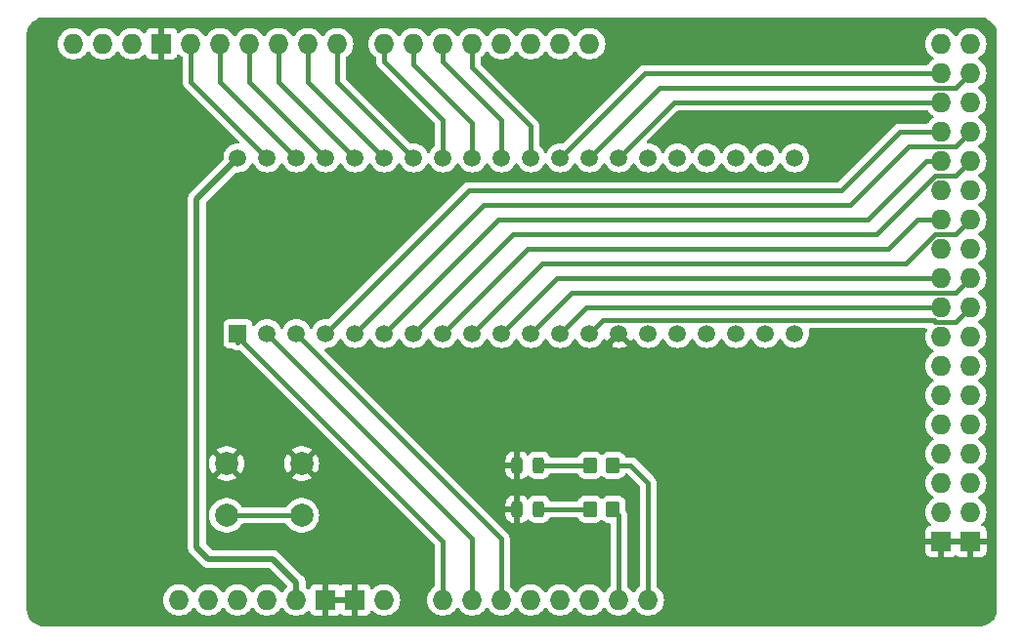
<source format=gbr>
G04 #@! TF.GenerationSoftware,KiCad,Pcbnew,8.0.4-unknown-202407162209~ee573a1480~ubuntu24.04.1*
G04 #@! TF.CreationDate,2024-07-25T22:24:25+01:00*
G04 #@! TF.ProjectId,BBC Master ROM Tester,42424320-4d61-4737-9465-7220524f4d20,1.0*
G04 #@! TF.SameCoordinates,Original*
G04 #@! TF.FileFunction,Copper,L1,Top*
G04 #@! TF.FilePolarity,Positive*
%FSLAX46Y46*%
G04 Gerber Fmt 4.6, Leading zero omitted, Abs format (unit mm)*
G04 Created by KiCad (PCBNEW 8.0.4-unknown-202407162209~ee573a1480~ubuntu24.04.1) date 2024-07-25 22:24:25*
%MOMM*%
%LPD*%
G01*
G04 APERTURE LIST*
G04 Aperture macros list*
%AMRoundRect*
0 Rectangle with rounded corners*
0 $1 Rounding radius*
0 $2 $3 $4 $5 $6 $7 $8 $9 X,Y pos of 4 corners*
0 Add a 4 corners polygon primitive as box body*
4,1,4,$2,$3,$4,$5,$6,$7,$8,$9,$2,$3,0*
0 Add four circle primitives for the rounded corners*
1,1,$1+$1,$2,$3*
1,1,$1+$1,$4,$5*
1,1,$1+$1,$6,$7*
1,1,$1+$1,$8,$9*
0 Add four rect primitives between the rounded corners*
20,1,$1+$1,$2,$3,$4,$5,0*
20,1,$1+$1,$4,$5,$6,$7,0*
20,1,$1+$1,$6,$7,$8,$9,0*
20,1,$1+$1,$8,$9,$2,$3,0*%
G04 Aperture macros list end*
G04 #@! TA.AperFunction,ComponentPad*
%ADD10C,2.000000*%
G04 #@! TD*
G04 #@! TA.AperFunction,SMDPad,CuDef*
%ADD11RoundRect,0.243750X-0.243750X-0.456250X0.243750X-0.456250X0.243750X0.456250X-0.243750X0.456250X0*%
G04 #@! TD*
G04 #@! TA.AperFunction,SMDPad,CuDef*
%ADD12RoundRect,0.250000X0.350000X0.450000X-0.350000X0.450000X-0.350000X-0.450000X0.350000X-0.450000X0*%
G04 #@! TD*
G04 #@! TA.AperFunction,ComponentPad*
%ADD13O,1.727200X1.727200*%
G04 #@! TD*
G04 #@! TA.AperFunction,ComponentPad*
%ADD14R,1.727200X1.727200*%
G04 #@! TD*
G04 #@! TA.AperFunction,ComponentPad*
%ADD15R,1.508000X1.508000*%
G04 #@! TD*
G04 #@! TA.AperFunction,ComponentPad*
%ADD16C,1.508000*%
G04 #@! TD*
G04 #@! TA.AperFunction,Conductor*
%ADD17C,0.400000*%
G04 #@! TD*
G04 #@! TA.AperFunction,Conductor*
%ADD18C,0.550000*%
G04 #@! TD*
G04 APERTURE END LIST*
D10*
G04 #@! TO.P,SW1,1,A*
G04 #@! TO.N,GND*
X144324000Y-93319600D03*
X150824000Y-93319600D03*
G04 #@! TO.P,SW1,2,B*
G04 #@! TO.N,Net-(SW1-B)*
X144324000Y-97819600D03*
X150824000Y-97819600D03*
G04 #@! TD*
D11*
G04 #@! TO.P,D2,1,K*
G04 #@! TO.N,GND*
X169480000Y-97282000D03*
G04 #@! TO.P,D2,2,A*
G04 #@! TO.N,Net-(D2-A)*
X171355000Y-97282000D03*
G04 #@! TD*
D12*
G04 #@! TO.P,R1,1*
G04 #@! TO.N,Net-(R1-Pad1)*
X177800000Y-93472000D03*
G04 #@! TO.P,R1,2*
G04 #@! TO.N,Net-(D1-A)*
X175800000Y-93472000D03*
G04 #@! TD*
G04 #@! TO.P,R2,1*
G04 #@! TO.N,Net-(R2-Pad1)*
X177800000Y-97282000D03*
G04 #@! TO.P,R2,2*
G04 #@! TO.N,Net-(D2-A)*
X175800000Y-97282000D03*
G04 #@! TD*
D11*
G04 #@! TO.P,D1,1,K*
G04 #@! TO.N,GND*
X169480000Y-93472000D03*
G04 #@! TO.P,D1,2,A*
G04 #@! TO.N,Net-(D1-A)*
X171355000Y-93472000D03*
G04 #@! TD*
D13*
G04 #@! TO.P,XA1,*
G04 #@! TO.N,*
X140208000Y-105156000D03*
G04 #@! TO.P,XA1,3V3,3.3V*
G04 #@! TO.N,unconnected-(XA1-3.3V-Pad3V3)*
X147828000Y-105156000D03*
G04 #@! TO.P,XA1,5V1,5V*
G04 #@! TO.N,+5V*
X150368000Y-105156000D03*
G04 #@! TO.P,XA1,5V3,5V*
G04 #@! TO.N,unconnected-(XA1-5V-Pad5V3)*
X206248000Y-56896000D03*
G04 #@! TO.P,XA1,5V4,5V*
G04 #@! TO.N,unconnected-(XA1-5V-Pad5V4)*
X208788000Y-56896000D03*
G04 #@! TO.P,XA1,A0,A0*
G04 #@! TO.N,/A15*
X163068000Y-105156000D03*
G04 #@! TO.P,XA1,A1,A1*
G04 #@! TO.N,/A12*
X165608000Y-105156000D03*
G04 #@! TO.P,XA1,A2,A2*
G04 #@! TO.N,/A7*
X168148000Y-105156000D03*
G04 #@! TO.P,XA1,A3,A3*
G04 #@! TO.N,unconnected-(XA1-PadA3)*
X170688000Y-105156000D03*
G04 #@! TO.P,XA1,A4,A4*
G04 #@! TO.N,unconnected-(XA1-PadA4)*
X173228000Y-105156000D03*
G04 #@! TO.P,XA1,A5,A5*
G04 #@! TO.N,unconnected-(XA1-PadA5)*
X175768000Y-105156000D03*
G04 #@! TO.P,XA1,A6,A6*
G04 #@! TO.N,Net-(R2-Pad1)*
X178308000Y-105156000D03*
G04 #@! TO.P,XA1,A7,A7*
G04 #@! TO.N,Net-(R1-Pad1)*
X180848000Y-105156000D03*
G04 #@! TO.P,XA1,AREF,AREF*
G04 #@! TO.N,unconnected-(XA1-PadAREF)*
X136144000Y-56896000D03*
G04 #@! TO.P,XA1,D0,D0_RX0*
G04 #@! TO.N,unconnected-(XA1-D0_RX0-PadD0)*
X175768000Y-56896000D03*
G04 #@! TO.P,XA1,D1,D1_TX0*
G04 #@! TO.N,unconnected-(XA1-D1_TX0-PadD1)*
X173228000Y-56896000D03*
G04 #@! TO.P,XA1,D2,D2_INT0*
G04 #@! TO.N,unconnected-(XA1-D2_INT0-PadD2)*
X170688000Y-56896000D03*
G04 #@! TO.P,XA1,D3,D3_INT1*
G04 #@! TO.N,unconnected-(XA1-D3_INT1-PadD3)*
X168148000Y-56896000D03*
G04 #@! TO.P,XA1,D4,D4*
G04 #@! TO.N,/D6*
X165608000Y-56896000D03*
G04 #@! TO.P,XA1,D5,D5*
G04 #@! TO.N,/D7*
X163068000Y-56896000D03*
G04 #@! TO.P,XA1,D6,D6*
G04 #@! TO.N,/~{CS}*
X160528000Y-56896000D03*
G04 #@! TO.P,XA1,D7,D7*
G04 #@! TO.N,/A10*
X157988000Y-56896000D03*
G04 #@! TO.P,XA1,D8,D8*
G04 #@! TO.N,/A16*
X153924000Y-56896000D03*
G04 #@! TO.P,XA1,D9,D9*
G04 #@! TO.N,/A11*
X151384000Y-56896000D03*
G04 #@! TO.P,XA1,D10,D10*
G04 #@! TO.N,/A9*
X148844000Y-56896000D03*
G04 #@! TO.P,XA1,D11,D11*
G04 #@! TO.N,/A8*
X146304000Y-56896000D03*
G04 #@! TO.P,XA1,D12,D12*
G04 #@! TO.N,/A13*
X143764000Y-56896000D03*
G04 #@! TO.P,XA1,D13,D13*
G04 #@! TO.N,/A14*
X141224000Y-56896000D03*
G04 #@! TO.P,XA1,D22,D22*
G04 #@! TO.N,/D5*
X206248000Y-59436000D03*
G04 #@! TO.P,XA1,D23,D23*
G04 #@! TO.N,/D4*
X208788000Y-59436000D03*
G04 #@! TO.P,XA1,D24,D24*
G04 #@! TO.N,/D3*
X206248000Y-61976000D03*
G04 #@! TO.P,XA1,D25,D25*
G04 #@! TO.N,unconnected-(XA1-PadD25)*
X208788000Y-61976000D03*
G04 #@! TO.P,XA1,D26,D26*
G04 #@! TO.N,/A6*
X206248000Y-64516000D03*
G04 #@! TO.P,XA1,D27,D27*
G04 #@! TO.N,/A5*
X208788000Y-64516000D03*
G04 #@! TO.P,XA1,D28,D28*
G04 #@! TO.N,/A4*
X206248000Y-67056000D03*
G04 #@! TO.P,XA1,D29,D29*
G04 #@! TO.N,/A3*
X208788000Y-67056000D03*
G04 #@! TO.P,XA1,D30,D30*
G04 #@! TO.N,unconnected-(XA1-PadD30)*
X206248000Y-69596000D03*
G04 #@! TO.P,XA1,D31,D31*
G04 #@! TO.N,unconnected-(XA1-PadD31)*
X208788000Y-69596000D03*
G04 #@! TO.P,XA1,D32,D32*
G04 #@! TO.N,/A2*
X206248000Y-72136000D03*
G04 #@! TO.P,XA1,D33,D33*
G04 #@! TO.N,/A1*
X208788000Y-72136000D03*
G04 #@! TO.P,XA1,D34,D34*
G04 #@! TO.N,unconnected-(XA1-PadD34)*
X206248000Y-74676000D03*
G04 #@! TO.P,XA1,D35,D35*
G04 #@! TO.N,unconnected-(XA1-PadD35)*
X208788000Y-74676000D03*
G04 #@! TO.P,XA1,D36,D36*
G04 #@! TO.N,/A0*
X206248000Y-77216000D03*
G04 #@! TO.P,XA1,D37,D37*
G04 #@! TO.N,/D0*
X208788000Y-77216000D03*
G04 #@! TO.P,XA1,D38,D38*
G04 #@! TO.N,/D1*
X206248000Y-79756000D03*
G04 #@! TO.P,XA1,D39,D39*
G04 #@! TO.N,/D2*
X208788000Y-79756000D03*
G04 #@! TO.P,XA1,D40,D40*
G04 #@! TO.N,unconnected-(XA1-PadD40)*
X206248000Y-82296000D03*
G04 #@! TO.P,XA1,D41,D41*
G04 #@! TO.N,unconnected-(XA1-PadD41)*
X208788000Y-82296000D03*
G04 #@! TO.P,XA1,D42,D42*
G04 #@! TO.N,unconnected-(XA1-PadD42)*
X206248000Y-84836000D03*
G04 #@! TO.P,XA1,D43,D43*
G04 #@! TO.N,unconnected-(XA1-PadD43)*
X208788000Y-84836000D03*
G04 #@! TO.P,XA1,D44,D44*
G04 #@! TO.N,unconnected-(XA1-PadD44)*
X206248000Y-87376000D03*
G04 #@! TO.P,XA1,D45,D45*
G04 #@! TO.N,unconnected-(XA1-PadD45)*
X208788000Y-87376000D03*
G04 #@! TO.P,XA1,D46,D46*
G04 #@! TO.N,unconnected-(XA1-PadD46)*
X206248000Y-89916000D03*
G04 #@! TO.P,XA1,D47,D47*
G04 #@! TO.N,unconnected-(XA1-PadD47)*
X208788000Y-89916000D03*
G04 #@! TO.P,XA1,D48,D48*
G04 #@! TO.N,unconnected-(XA1-PadD48)*
X206248000Y-92456000D03*
G04 #@! TO.P,XA1,D49,D49*
G04 #@! TO.N,unconnected-(XA1-PadD49)*
X208788000Y-92456000D03*
G04 #@! TO.P,XA1,D50,D50*
G04 #@! TO.N,unconnected-(XA1-PadD50)*
X206248000Y-94996000D03*
G04 #@! TO.P,XA1,D51,D51*
G04 #@! TO.N,unconnected-(XA1-PadD51)*
X208788000Y-94996000D03*
G04 #@! TO.P,XA1,D52,D52*
G04 #@! TO.N,unconnected-(XA1-PadD52)*
X206248000Y-97536000D03*
G04 #@! TO.P,XA1,D53,D53_SS*
G04 #@! TO.N,unconnected-(XA1-D53_SS-PadD53)*
X208788000Y-97536000D03*
D14*
G04 #@! TO.P,XA1,GND1,GND*
G04 #@! TO.N,GND*
X138684000Y-56896000D03*
G04 #@! TO.P,XA1,GND2,GND*
X152908000Y-105156000D03*
G04 #@! TO.P,XA1,GND3,GND*
X155448000Y-105156000D03*
G04 #@! TO.P,XA1,GND5,GND*
X206248000Y-100076000D03*
G04 #@! TO.P,XA1,GND6,GND*
X208788000Y-100076000D03*
D13*
G04 #@! TO.P,XA1,IORF,IOREF*
G04 #@! TO.N,unconnected-(XA1-IOREF-PadIORF)*
X142748000Y-105156000D03*
G04 #@! TO.P,XA1,RST1,RESET*
G04 #@! TO.N,Net-(SW1-B)*
X145288000Y-105156000D03*
G04 #@! TO.P,XA1,SCL,SCL*
G04 #@! TO.N,unconnected-(XA1-PadSCL)*
X131064000Y-56896000D03*
G04 #@! TO.P,XA1,SDA,SDA*
G04 #@! TO.N,unconnected-(XA1-PadSDA)*
X133604000Y-56896000D03*
G04 #@! TO.P,XA1,VIN,VIN*
G04 #@! TO.N,unconnected-(XA1-PadVIN)*
X157988000Y-105156000D03*
G04 #@! TD*
D15*
G04 #@! TO.P,U2,1,A15*
G04 #@! TO.N,/A15*
X145288000Y-82042000D03*
D16*
G04 #@! TO.P,U2,2,A12*
G04 #@! TO.N,/A12*
X147828000Y-82042000D03*
G04 #@! TO.P,U2,3,A7*
G04 #@! TO.N,/A7*
X150368000Y-82042000D03*
G04 #@! TO.P,U2,4,A6*
G04 #@! TO.N,/A6*
X152908000Y-82042000D03*
G04 #@! TO.P,U2,5,A5*
G04 #@! TO.N,/A5*
X155448000Y-82042000D03*
G04 #@! TO.P,U2,6,A4*
G04 #@! TO.N,/A4*
X157988000Y-82042000D03*
G04 #@! TO.P,U2,7,A3*
G04 #@! TO.N,/A3*
X160528000Y-82042000D03*
G04 #@! TO.P,U2,8,A2*
G04 #@! TO.N,/A2*
X163068000Y-82042000D03*
G04 #@! TO.P,U2,9,A1*
G04 #@! TO.N,/A1*
X165608000Y-82042000D03*
G04 #@! TO.P,U2,10,A0*
G04 #@! TO.N,/A0*
X168148000Y-82042000D03*
G04 #@! TO.P,U2,11,D0*
G04 #@! TO.N,/D0*
X170688000Y-82042000D03*
G04 #@! TO.P,U2,12,D1*
G04 #@! TO.N,/D1*
X173228000Y-82042000D03*
G04 #@! TO.P,U2,13,D2*
G04 #@! TO.N,/D2*
X175768000Y-82042000D03*
G04 #@! TO.P,U2,14,VSS*
G04 #@! TO.N,GND*
X178308000Y-82042000D03*
G04 #@! TO.P,U2,15*
G04 #@! TO.N,unconnected-(U2-Pad15)*
X180848000Y-82042000D03*
G04 #@! TO.P,U2,16*
G04 #@! TO.N,unconnected-(U2-Pad16)*
X183388000Y-82042000D03*
G04 #@! TO.P,U2,17*
G04 #@! TO.N,unconnected-(U2-Pad17)*
X185928000Y-82042000D03*
G04 #@! TO.P,U2,18*
G04 #@! TO.N,unconnected-(U2-Pad18)*
X188468000Y-82042000D03*
G04 #@! TO.P,U2,19*
G04 #@! TO.N,unconnected-(U2-Pad19)*
X191008000Y-82042000D03*
G04 #@! TO.P,U2,20*
G04 #@! TO.N,unconnected-(U2-Pad20)*
X193548000Y-82042000D03*
G04 #@! TO.P,U2,21*
G04 #@! TO.N,unconnected-(U2-Pad21)*
X193548000Y-66802000D03*
G04 #@! TO.P,U2,22*
G04 #@! TO.N,unconnected-(U2-Pad22)*
X191008000Y-66802000D03*
G04 #@! TO.P,U2,23*
G04 #@! TO.N,unconnected-(U2-Pad23)*
X188468000Y-66802000D03*
G04 #@! TO.P,U2,24*
G04 #@! TO.N,unconnected-(U2-Pad24)*
X185928000Y-66802000D03*
G04 #@! TO.P,U2,25*
G04 #@! TO.N,unconnected-(U2-Pad25)*
X183388000Y-66802000D03*
G04 #@! TO.P,U2,26*
G04 #@! TO.N,unconnected-(U2-Pad26)*
X180848000Y-66802000D03*
G04 #@! TO.P,U2,27,D3*
G04 #@! TO.N,/D3*
X178308000Y-66802000D03*
G04 #@! TO.P,U2,28,D4*
G04 #@! TO.N,/D4*
X175768000Y-66802000D03*
G04 #@! TO.P,U2,29,D5*
G04 #@! TO.N,/D5*
X173228000Y-66802000D03*
G04 #@! TO.P,U2,30,D6*
G04 #@! TO.N,/D6*
X170688000Y-66802000D03*
G04 #@! TO.P,U2,31,D7*
G04 #@! TO.N,/D7*
X168148000Y-66802000D03*
G04 #@! TO.P,U2,32,~{CS}*
G04 #@! TO.N,/~{CS}*
X165608000Y-66802000D03*
G04 #@! TO.P,U2,33,A10*
G04 #@! TO.N,/A10*
X163068000Y-66802000D03*
G04 #@! TO.P,U2,34,A16*
G04 #@! TO.N,/A16*
X160528000Y-66802000D03*
G04 #@! TO.P,U2,35,A11*
G04 #@! TO.N,/A11*
X157988000Y-66802000D03*
G04 #@! TO.P,U2,36,A9*
G04 #@! TO.N,/A9*
X155448000Y-66802000D03*
G04 #@! TO.P,U2,37,A8*
G04 #@! TO.N,/A8*
X152908000Y-66802000D03*
G04 #@! TO.P,U2,38,A13*
G04 #@! TO.N,/A13*
X150368000Y-66802000D03*
G04 #@! TO.P,U2,39,A14*
G04 #@! TO.N,/A14*
X147828000Y-66802000D03*
G04 #@! TO.P,U2,40,VCC*
G04 #@! TO.N,+5V*
X145288000Y-66802000D03*
G04 #@! TD*
D17*
G04 #@! TO.N,Net-(D1-A)*
X171355000Y-93472000D02*
X175800000Y-93472000D01*
D18*
G04 #@! TO.N,GND*
X177546000Y-82804000D02*
X178308000Y-82042000D01*
X177546000Y-87376000D02*
X177546000Y-82804000D01*
X169480000Y-90870000D02*
X172974000Y-87376000D01*
X169480000Y-97282000D02*
X169480000Y-90870000D01*
X172974000Y-87376000D02*
X177546000Y-87376000D01*
D17*
G04 #@! TO.N,Net-(D2-A)*
X171355000Y-97282000D02*
X175800000Y-97282000D01*
G04 #@! TO.N,Net-(R1-Pad1)*
X179324000Y-93472000D02*
X177800000Y-93472000D01*
X180848000Y-105156000D02*
X180848000Y-94996000D01*
X180848000Y-94996000D02*
X179324000Y-93472000D01*
G04 #@! TO.N,Net-(R2-Pad1)*
X178308000Y-105156000D02*
X178308000Y-97790000D01*
X178308000Y-97790000D02*
X177800000Y-97282000D01*
G04 #@! TO.N,Net-(SW1-B)*
X150570000Y-97819600D02*
X144070000Y-97819600D01*
G04 #@! TO.N,/A9*
X155448000Y-66802000D02*
X148844000Y-60198000D01*
X148844000Y-60198000D02*
X148844000Y-56896000D01*
G04 #@! TO.N,/A12*
X147828000Y-82042000D02*
X165608000Y-99822000D01*
X165608000Y-99822000D02*
X165608000Y-105156000D01*
G04 #@! TO.N,/A7*
X168148000Y-105156000D02*
X168148000Y-99822000D01*
X168148000Y-99822000D02*
X150368000Y-82042000D01*
G04 #@! TO.N,/A15*
X145288000Y-82804000D02*
X145288000Y-82042000D01*
X163068000Y-105156000D02*
X163068000Y-100076000D01*
X163068000Y-100076000D02*
X145288000Y-82296000D01*
X145288000Y-82296000D02*
X145288000Y-82042000D01*
G04 #@! TO.N,/A0*
X168148000Y-82042000D02*
X172974000Y-77216000D01*
X172974000Y-77216000D02*
X206248000Y-77216000D01*
D18*
G04 #@! TO.N,+5V*
X150368000Y-103632000D02*
X148336000Y-101600000D01*
X141732000Y-100584000D02*
X141732000Y-70358000D01*
X148336000Y-101600000D02*
X142748000Y-101600000D01*
X142748000Y-101600000D02*
X141732000Y-100584000D01*
X145288000Y-66802000D02*
X142113000Y-69977000D01*
X141732000Y-70358000D02*
X142113000Y-69977000D01*
X150368000Y-105156000D02*
X150368000Y-103632000D01*
D17*
G04 #@! TO.N,/A10*
X157988000Y-58420000D02*
X157988000Y-57912000D01*
X163068000Y-66802000D02*
X163068000Y-63500000D01*
X157988000Y-57912000D02*
X157988000Y-56896000D01*
X163068000Y-63500000D02*
X157988000Y-58420000D01*
G04 #@! TO.N,/A11*
X157988000Y-66802000D02*
X151384000Y-60198000D01*
X151384000Y-60198000D02*
X151384000Y-56896000D01*
G04 #@! TO.N,/A8*
X152908000Y-66802000D02*
X146304000Y-60198000D01*
X146304000Y-60198000D02*
X146304000Y-56896000D01*
G04 #@! TO.N,/A3*
X207524400Y-68319600D02*
X208788000Y-67056000D01*
X205737399Y-68319600D02*
X207524400Y-68319600D01*
X160528000Y-82042000D02*
X169164000Y-73406000D01*
X200650999Y-73406000D02*
X205737399Y-68319600D01*
X169164000Y-73406000D02*
X200650999Y-73406000D01*
G04 #@! TO.N,/A4*
X204978000Y-67056000D02*
X206248000Y-67056000D01*
X157988000Y-82042000D02*
X167894000Y-72136000D01*
X199898000Y-72136000D02*
X204978000Y-67056000D01*
X167894000Y-72136000D02*
X199898000Y-72136000D01*
G04 #@! TO.N,/A2*
X201676000Y-74676000D02*
X204216000Y-72136000D01*
X204216000Y-72136000D02*
X206248000Y-72136000D01*
X170434000Y-74676000D02*
X201676000Y-74676000D01*
X163068000Y-82042000D02*
X170434000Y-74676000D01*
G04 #@! TO.N,/A6*
X202692000Y-64516000D02*
X206248000Y-64516000D01*
X165354000Y-69596000D02*
X197612000Y-69596000D01*
X152908000Y-82042000D02*
X165354000Y-69596000D01*
X197612000Y-69596000D02*
X202692000Y-64516000D01*
G04 #@! TO.N,/A13*
X150368000Y-66802000D02*
X143764000Y-60198000D01*
X143764000Y-60198000D02*
X143764000Y-56896000D01*
G04 #@! TO.N,/A1*
X207524400Y-73399600D02*
X208788000Y-72136000D01*
X203190999Y-75946000D02*
X205737399Y-73399600D01*
X171704000Y-75946000D02*
X203190999Y-75946000D01*
X165608000Y-82042000D02*
X171704000Y-75946000D01*
X205737399Y-73399600D02*
X207524400Y-73399600D01*
G04 #@! TO.N,/A5*
X198374000Y-70866000D02*
X203447600Y-65792400D01*
X203447600Y-65792400D02*
X207511600Y-65792400D01*
X207511600Y-65792400D02*
X208788000Y-64516000D01*
X166624000Y-70866000D02*
X198374000Y-70866000D01*
X155448000Y-82042000D02*
X166624000Y-70866000D01*
G04 #@! TO.N,/D7*
X168148000Y-63500000D02*
X163068000Y-58420000D01*
X168148000Y-66802000D02*
X168148000Y-63500000D01*
X163068000Y-58420000D02*
X163068000Y-56896000D01*
G04 #@! TO.N,/D6*
X165608000Y-58928000D02*
X165608000Y-56896000D01*
X165608000Y-58928000D02*
X170688000Y-64008000D01*
X170688000Y-66802000D02*
X170688000Y-64008000D01*
G04 #@! TO.N,/D5*
X173228000Y-66802000D02*
X180594000Y-59436000D01*
X180594000Y-59436000D02*
X206248000Y-59436000D01*
G04 #@! TO.N,/D0*
X207518000Y-78486000D02*
X208788000Y-77216000D01*
X170688000Y-82042000D02*
X174244000Y-78486000D01*
X174244000Y-78486000D02*
X207518000Y-78486000D01*
G04 #@! TO.N,/A16*
X153924000Y-56896000D02*
X153924000Y-60198000D01*
X153924000Y-60198000D02*
X160528000Y-66802000D01*
G04 #@! TO.N,/D3*
X183134000Y-61976000D02*
X206248000Y-61976000D01*
X178308000Y-66802000D02*
X183134000Y-61976000D01*
G04 #@! TO.N,/A14*
X141224000Y-60198000D02*
X141224000Y-56896000D01*
X147828000Y-66802000D02*
X141224000Y-60198000D01*
G04 #@! TO.N,/~{CS}*
X165608000Y-63754000D02*
X160528000Y-58674000D01*
X160528000Y-58674000D02*
X160528000Y-58420000D01*
X165608000Y-66802000D02*
X165608000Y-63754000D01*
X160528000Y-58420000D02*
X160528000Y-56896000D01*
G04 #@! TO.N,/D2*
X175768000Y-82042000D02*
X176922000Y-80888000D01*
X207524400Y-81019600D02*
X208788000Y-79756000D01*
X205592999Y-80888000D02*
X205724599Y-81019600D01*
X176922000Y-80888000D02*
X205592999Y-80888000D01*
X205724599Y-81019600D02*
X207524400Y-81019600D01*
G04 #@! TO.N,/D4*
X175768000Y-66802000D02*
X181870400Y-60699600D01*
X181870400Y-60699600D02*
X207524400Y-60699600D01*
X207524400Y-60699600D02*
X208788000Y-59436000D01*
G04 #@! TO.N,/D1*
X173228000Y-82042000D02*
X175514000Y-79756000D01*
X175514000Y-79756000D02*
X206248000Y-79756000D01*
G04 #@! TO.N,unconnected-(XA1-PadD52)*
X205994000Y-97282000D02*
X206248000Y-97536000D01*
G04 #@! TD*
G04 #@! TA.AperFunction,Conductor*
G04 #@! TO.N,GND*
G36*
X154974619Y-104959919D02*
G01*
X154940000Y-105089120D01*
X154940000Y-105222880D01*
X154974619Y-105352081D01*
X155005749Y-105406000D01*
X153350251Y-105406000D01*
X153381381Y-105352081D01*
X153416000Y-105222880D01*
X153416000Y-105089120D01*
X153381381Y-104959919D01*
X153350251Y-104906000D01*
X155005749Y-104906000D01*
X154974619Y-104959919D01*
G37*
G04 #@! TD.AperFunction*
G04 #@! TA.AperFunction,Conductor*
G36*
X208314619Y-99879919D02*
G01*
X208280000Y-100009120D01*
X208280000Y-100142880D01*
X208314619Y-100272081D01*
X208345749Y-100326000D01*
X206690251Y-100326000D01*
X206721381Y-100272081D01*
X206756000Y-100142880D01*
X206756000Y-100009120D01*
X206721381Y-99879919D01*
X206690251Y-99826000D01*
X208345749Y-99826000D01*
X208314619Y-99879919D01*
G37*
G04 #@! TD.AperFunction*
G04 #@! TA.AperFunction,Conductor*
G36*
X209554418Y-54602816D02*
G01*
X209759111Y-54617455D01*
X209776620Y-54619973D01*
X209972813Y-54662653D01*
X209989768Y-54667630D01*
X210177909Y-54737803D01*
X210193987Y-54745147D01*
X210370210Y-54841371D01*
X210385084Y-54850929D01*
X210545822Y-54971257D01*
X210559192Y-54982843D01*
X210701156Y-55124807D01*
X210712742Y-55138177D01*
X210833066Y-55298910D01*
X210842631Y-55313794D01*
X210938850Y-55490007D01*
X210946198Y-55506096D01*
X211009275Y-55675212D01*
X211016364Y-55694217D01*
X211021348Y-55711193D01*
X211064026Y-55907379D01*
X211066544Y-55924891D01*
X211081184Y-56129581D01*
X211081500Y-56138427D01*
X211081500Y-105913572D01*
X211081184Y-105922418D01*
X211066544Y-106127108D01*
X211064026Y-106144620D01*
X211021348Y-106340806D01*
X211016364Y-106357780D01*
X211009274Y-106376790D01*
X210946200Y-106545899D01*
X210938850Y-106561992D01*
X210842631Y-106738205D01*
X210833066Y-106753089D01*
X210712742Y-106913822D01*
X210701156Y-106927192D01*
X210559192Y-107069156D01*
X210545822Y-107080742D01*
X210385089Y-107201066D01*
X210370205Y-107210631D01*
X210193992Y-107306850D01*
X210177899Y-107314200D01*
X209989782Y-107384364D01*
X209972806Y-107389348D01*
X209776620Y-107432026D01*
X209759108Y-107434544D01*
X209554418Y-107449184D01*
X209545572Y-107449500D01*
X128528428Y-107449500D01*
X128519582Y-107449184D01*
X128314891Y-107434544D01*
X128297379Y-107432026D01*
X128101193Y-107389348D01*
X128084222Y-107384365D01*
X127896096Y-107314198D01*
X127880007Y-107306850D01*
X127703794Y-107210631D01*
X127688910Y-107201066D01*
X127528177Y-107080742D01*
X127514807Y-107069156D01*
X127372843Y-106927192D01*
X127361257Y-106913822D01*
X127240929Y-106753084D01*
X127231371Y-106738210D01*
X127135147Y-106561987D01*
X127127803Y-106545909D01*
X127057630Y-106357768D01*
X127052653Y-106340813D01*
X127009973Y-106144620D01*
X127007455Y-106127108D01*
X126998130Y-105996727D01*
X126992816Y-105922418D01*
X126992500Y-105913572D01*
X126992500Y-56895993D01*
X129695225Y-56895993D01*
X129695225Y-56896006D01*
X129713892Y-57121289D01*
X129769388Y-57340439D01*
X129860198Y-57547466D01*
X129983842Y-57736716D01*
X129983850Y-57736727D01*
X130136950Y-57903036D01*
X130136954Y-57903040D01*
X130315351Y-58041893D01*
X130514169Y-58149488D01*
X130514172Y-58149489D01*
X130727982Y-58222890D01*
X130727984Y-58222890D01*
X130727986Y-58222891D01*
X130950967Y-58260100D01*
X130950968Y-58260100D01*
X131177032Y-58260100D01*
X131177033Y-58260100D01*
X131400014Y-58222891D01*
X131613831Y-58149488D01*
X131812649Y-58041893D01*
X131991046Y-57903040D01*
X132144156Y-57736719D01*
X132230193Y-57605028D01*
X132283338Y-57559675D01*
X132352569Y-57550251D01*
X132415905Y-57579753D01*
X132437804Y-57605025D01*
X132523844Y-57736719D01*
X132523849Y-57736724D01*
X132523850Y-57736727D01*
X132676950Y-57903036D01*
X132676954Y-57903040D01*
X132855351Y-58041893D01*
X133054169Y-58149488D01*
X133054172Y-58149489D01*
X133267982Y-58222890D01*
X133267984Y-58222890D01*
X133267986Y-58222891D01*
X133490967Y-58260100D01*
X133490968Y-58260100D01*
X133717032Y-58260100D01*
X133717033Y-58260100D01*
X133940014Y-58222891D01*
X134153831Y-58149488D01*
X134352649Y-58041893D01*
X134531046Y-57903040D01*
X134684156Y-57736719D01*
X134770193Y-57605028D01*
X134823338Y-57559675D01*
X134892569Y-57550251D01*
X134955905Y-57579753D01*
X134977804Y-57605025D01*
X135063844Y-57736719D01*
X135063849Y-57736724D01*
X135063850Y-57736727D01*
X135216950Y-57903036D01*
X135216954Y-57903040D01*
X135395351Y-58041893D01*
X135594169Y-58149488D01*
X135594172Y-58149489D01*
X135807982Y-58222890D01*
X135807984Y-58222890D01*
X135807986Y-58222891D01*
X136030967Y-58260100D01*
X136030968Y-58260100D01*
X136257032Y-58260100D01*
X136257033Y-58260100D01*
X136480014Y-58222891D01*
X136693831Y-58149488D01*
X136892649Y-58041893D01*
X137071046Y-57903040D01*
X137125815Y-57843545D01*
X137185699Y-57807557D01*
X137255537Y-57809657D01*
X137313153Y-57849180D01*
X137333224Y-57884196D01*
X137377046Y-58001688D01*
X137377049Y-58001693D01*
X137463209Y-58116787D01*
X137463212Y-58116790D01*
X137578306Y-58202950D01*
X137578313Y-58202954D01*
X137713020Y-58253196D01*
X137713027Y-58253198D01*
X137772555Y-58259599D01*
X137772572Y-58259600D01*
X138434000Y-58259600D01*
X138434000Y-57338251D01*
X138487919Y-57369381D01*
X138617120Y-57404000D01*
X138750880Y-57404000D01*
X138880081Y-57369381D01*
X138934000Y-57338251D01*
X138934000Y-58259600D01*
X139595428Y-58259600D01*
X139595444Y-58259599D01*
X139654972Y-58253198D01*
X139654979Y-58253196D01*
X139789686Y-58202954D01*
X139789693Y-58202950D01*
X139904787Y-58116790D01*
X139904790Y-58116787D01*
X139990950Y-58001693D01*
X139990954Y-58001686D01*
X140034775Y-57884197D01*
X140076646Y-57828263D01*
X140142110Y-57803846D01*
X140210383Y-57818698D01*
X140242186Y-57843547D01*
X140296950Y-57903036D01*
X140296955Y-57903041D01*
X140475663Y-58042136D01*
X140516476Y-58098846D01*
X140523500Y-58139989D01*
X140523500Y-60129006D01*
X140523500Y-60266994D01*
X140523500Y-60266996D01*
X140523499Y-60266996D01*
X140550418Y-60402322D01*
X140550421Y-60402332D01*
X140603222Y-60529807D01*
X140679887Y-60644545D01*
X140679888Y-60644546D01*
X145366684Y-65331340D01*
X145400169Y-65392663D01*
X145395185Y-65462355D01*
X145353313Y-65518288D01*
X145289810Y-65542549D01*
X145069331Y-65561838D01*
X145069324Y-65561839D01*
X144946902Y-65594642D01*
X144857297Y-65618653D01*
X144857295Y-65618653D01*
X144857291Y-65618655D01*
X144658357Y-65711419D01*
X144658349Y-65711423D01*
X144478547Y-65837322D01*
X144478541Y-65837327D01*
X144323327Y-65992541D01*
X144323322Y-65992547D01*
X144197423Y-66172349D01*
X144197419Y-66172357D01*
X144104655Y-66371291D01*
X144104653Y-66371295D01*
X144104653Y-66371297D01*
X144095747Y-66404535D01*
X144047839Y-66583324D01*
X144047838Y-66583331D01*
X144028708Y-66801997D01*
X144028708Y-66802003D01*
X144036746Y-66893889D01*
X144022979Y-66962389D01*
X144000899Y-66992376D01*
X142134096Y-68859181D01*
X141618649Y-69374628D01*
X141618647Y-69374630D01*
X141237648Y-69755630D01*
X141183638Y-69809640D01*
X141129628Y-69863649D01*
X141044764Y-69990656D01*
X141044759Y-69990665D01*
X140986302Y-70131794D01*
X140986300Y-70131802D01*
X140956500Y-70281615D01*
X140956500Y-100660384D01*
X140986300Y-100810197D01*
X140986302Y-100810205D01*
X141044759Y-100951334D01*
X141044764Y-100951343D01*
X141129629Y-101078351D01*
X141129632Y-101078355D01*
X142253644Y-102202367D01*
X142253648Y-102202370D01*
X142380656Y-102287235D01*
X142380662Y-102287238D01*
X142380663Y-102287239D01*
X142521795Y-102345698D01*
X142671615Y-102375499D01*
X142671619Y-102375500D01*
X142671620Y-102375500D01*
X142824380Y-102375500D01*
X147963416Y-102375500D01*
X148030455Y-102395185D01*
X148051097Y-102411819D01*
X149536950Y-103897672D01*
X149570435Y-103958995D01*
X149565451Y-104028687D01*
X149525433Y-104083205D01*
X149440957Y-104148957D01*
X149440950Y-104148963D01*
X149287850Y-104315272D01*
X149287842Y-104315283D01*
X149201808Y-104446968D01*
X149148662Y-104492325D01*
X149079430Y-104501748D01*
X149016095Y-104472246D01*
X148994192Y-104446968D01*
X148908157Y-104315283D01*
X148908149Y-104315272D01*
X148755049Y-104148963D01*
X148755048Y-104148962D01*
X148755046Y-104148960D01*
X148576649Y-104010107D01*
X148503251Y-103970386D01*
X148377832Y-103902512D01*
X148377827Y-103902510D01*
X148164017Y-103829109D01*
X147982388Y-103798801D01*
X147941033Y-103791900D01*
X147714967Y-103791900D01*
X147673612Y-103798801D01*
X147491982Y-103829109D01*
X147278172Y-103902510D01*
X147278167Y-103902512D01*
X147079352Y-104010106D01*
X146900955Y-104148959D01*
X146900950Y-104148963D01*
X146747850Y-104315272D01*
X146747842Y-104315283D01*
X146661808Y-104446968D01*
X146608662Y-104492325D01*
X146539430Y-104501748D01*
X146476095Y-104472246D01*
X146454192Y-104446968D01*
X146368157Y-104315283D01*
X146368149Y-104315272D01*
X146215049Y-104148963D01*
X146215048Y-104148962D01*
X146215046Y-104148960D01*
X146036649Y-104010107D01*
X145963251Y-103970386D01*
X145837832Y-103902512D01*
X145837827Y-103902510D01*
X145624017Y-103829109D01*
X145442388Y-103798801D01*
X145401033Y-103791900D01*
X145174967Y-103791900D01*
X145133612Y-103798801D01*
X144951982Y-103829109D01*
X144738172Y-103902510D01*
X144738167Y-103902512D01*
X144539352Y-104010106D01*
X144360955Y-104148959D01*
X144360950Y-104148963D01*
X144207850Y-104315272D01*
X144207842Y-104315283D01*
X144121808Y-104446968D01*
X144068662Y-104492325D01*
X143999430Y-104501748D01*
X143936095Y-104472246D01*
X143914192Y-104446968D01*
X143828157Y-104315283D01*
X143828149Y-104315272D01*
X143675049Y-104148963D01*
X143675048Y-104148962D01*
X143675046Y-104148960D01*
X143496649Y-104010107D01*
X143423251Y-103970386D01*
X143297832Y-103902512D01*
X143297827Y-103902510D01*
X143084017Y-103829109D01*
X142902388Y-103798801D01*
X142861033Y-103791900D01*
X142634967Y-103791900D01*
X142593612Y-103798801D01*
X142411982Y-103829109D01*
X142198172Y-103902510D01*
X142198167Y-103902512D01*
X141999352Y-104010106D01*
X141820955Y-104148959D01*
X141820950Y-104148963D01*
X141667850Y-104315272D01*
X141667842Y-104315283D01*
X141581808Y-104446968D01*
X141528662Y-104492325D01*
X141459430Y-104501748D01*
X141396095Y-104472246D01*
X141374192Y-104446968D01*
X141288157Y-104315283D01*
X141288149Y-104315272D01*
X141135049Y-104148963D01*
X141135048Y-104148962D01*
X141135046Y-104148960D01*
X140956649Y-104010107D01*
X140883251Y-103970386D01*
X140757832Y-103902512D01*
X140757827Y-103902510D01*
X140544017Y-103829109D01*
X140362388Y-103798801D01*
X140321033Y-103791900D01*
X140094967Y-103791900D01*
X140053612Y-103798801D01*
X139871982Y-103829109D01*
X139658172Y-103902510D01*
X139658167Y-103902512D01*
X139459352Y-104010106D01*
X139280955Y-104148959D01*
X139280950Y-104148963D01*
X139127850Y-104315272D01*
X139127842Y-104315283D01*
X139004198Y-104504533D01*
X138913388Y-104711560D01*
X138857892Y-104930710D01*
X138839225Y-105155993D01*
X138839225Y-105156006D01*
X138857892Y-105381289D01*
X138913388Y-105600439D01*
X139004198Y-105807466D01*
X139127842Y-105996716D01*
X139127850Y-105996727D01*
X139263997Y-106144620D01*
X139280954Y-106163040D01*
X139459351Y-106301893D01*
X139658169Y-106409488D01*
X139658172Y-106409489D01*
X139871982Y-106482890D01*
X139871984Y-106482890D01*
X139871986Y-106482891D01*
X140094967Y-106520100D01*
X140094968Y-106520100D01*
X140321032Y-106520100D01*
X140321033Y-106520100D01*
X140544014Y-106482891D01*
X140757831Y-106409488D01*
X140956649Y-106301893D01*
X141135046Y-106163040D01*
X141288156Y-105996719D01*
X141374193Y-105865028D01*
X141427338Y-105819675D01*
X141496569Y-105810251D01*
X141559905Y-105839753D01*
X141581804Y-105865025D01*
X141667844Y-105996719D01*
X141667849Y-105996724D01*
X141667850Y-105996727D01*
X141803997Y-106144620D01*
X141820954Y-106163040D01*
X141999351Y-106301893D01*
X142198169Y-106409488D01*
X142198172Y-106409489D01*
X142411982Y-106482890D01*
X142411984Y-106482890D01*
X142411986Y-106482891D01*
X142634967Y-106520100D01*
X142634968Y-106520100D01*
X142861032Y-106520100D01*
X142861033Y-106520100D01*
X143084014Y-106482891D01*
X143297831Y-106409488D01*
X143496649Y-106301893D01*
X143675046Y-106163040D01*
X143828156Y-105996719D01*
X143914193Y-105865028D01*
X143967338Y-105819675D01*
X144036569Y-105810251D01*
X144099905Y-105839753D01*
X144121804Y-105865025D01*
X144207844Y-105996719D01*
X144207849Y-105996724D01*
X144207850Y-105996727D01*
X144343997Y-106144620D01*
X144360954Y-106163040D01*
X144539351Y-106301893D01*
X144738169Y-106409488D01*
X144738172Y-106409489D01*
X144951982Y-106482890D01*
X144951984Y-106482890D01*
X144951986Y-106482891D01*
X145174967Y-106520100D01*
X145174968Y-106520100D01*
X145401032Y-106520100D01*
X145401033Y-106520100D01*
X145624014Y-106482891D01*
X145837831Y-106409488D01*
X146036649Y-106301893D01*
X146215046Y-106163040D01*
X146368156Y-105996719D01*
X146454193Y-105865028D01*
X146507338Y-105819675D01*
X146576569Y-105810251D01*
X146639905Y-105839753D01*
X146661804Y-105865025D01*
X146747844Y-105996719D01*
X146747849Y-105996724D01*
X146747850Y-105996727D01*
X146883997Y-106144620D01*
X146900954Y-106163040D01*
X147079351Y-106301893D01*
X147278169Y-106409488D01*
X147278172Y-106409489D01*
X147491982Y-106482890D01*
X147491984Y-106482890D01*
X147491986Y-106482891D01*
X147714967Y-106520100D01*
X147714968Y-106520100D01*
X147941032Y-106520100D01*
X147941033Y-106520100D01*
X148164014Y-106482891D01*
X148377831Y-106409488D01*
X148576649Y-106301893D01*
X148755046Y-106163040D01*
X148908156Y-105996719D01*
X148994193Y-105865028D01*
X149047338Y-105819675D01*
X149116569Y-105810251D01*
X149179905Y-105839753D01*
X149201804Y-105865025D01*
X149287844Y-105996719D01*
X149287849Y-105996724D01*
X149287850Y-105996727D01*
X149423997Y-106144620D01*
X149440954Y-106163040D01*
X149619351Y-106301893D01*
X149818169Y-106409488D01*
X149818172Y-106409489D01*
X150031982Y-106482890D01*
X150031984Y-106482890D01*
X150031986Y-106482891D01*
X150254967Y-106520100D01*
X150254968Y-106520100D01*
X150481032Y-106520100D01*
X150481033Y-106520100D01*
X150704014Y-106482891D01*
X150917831Y-106409488D01*
X151116649Y-106301893D01*
X151295046Y-106163040D01*
X151349815Y-106103545D01*
X151409699Y-106067557D01*
X151479537Y-106069657D01*
X151537153Y-106109180D01*
X151557224Y-106144196D01*
X151601046Y-106261688D01*
X151601049Y-106261693D01*
X151687209Y-106376787D01*
X151687212Y-106376790D01*
X151802306Y-106462950D01*
X151802313Y-106462954D01*
X151937020Y-106513196D01*
X151937027Y-106513198D01*
X151996555Y-106519599D01*
X151996572Y-106519600D01*
X152658000Y-106519600D01*
X152658000Y-105598251D01*
X152711919Y-105629381D01*
X152841120Y-105664000D01*
X152974880Y-105664000D01*
X153104081Y-105629381D01*
X153158000Y-105598251D01*
X153158000Y-106519600D01*
X153819428Y-106519600D01*
X153819444Y-106519599D01*
X153878972Y-106513198D01*
X153878979Y-106513196D01*
X154013686Y-106462954D01*
X154013689Y-106462952D01*
X154103688Y-106395579D01*
X154169152Y-106371161D01*
X154237426Y-106386012D01*
X154252312Y-106395579D01*
X154342310Y-106462952D01*
X154342313Y-106462954D01*
X154477020Y-106513196D01*
X154477027Y-106513198D01*
X154536555Y-106519599D01*
X154536572Y-106519600D01*
X155198000Y-106519600D01*
X155198000Y-105598251D01*
X155251919Y-105629381D01*
X155381120Y-105664000D01*
X155514880Y-105664000D01*
X155644081Y-105629381D01*
X155698000Y-105598251D01*
X155698000Y-106519600D01*
X156359428Y-106519600D01*
X156359444Y-106519599D01*
X156418972Y-106513198D01*
X156418979Y-106513196D01*
X156553686Y-106462954D01*
X156553693Y-106462950D01*
X156668787Y-106376790D01*
X156668790Y-106376787D01*
X156754950Y-106261693D01*
X156754954Y-106261686D01*
X156798775Y-106144197D01*
X156840646Y-106088263D01*
X156906110Y-106063846D01*
X156974383Y-106078698D01*
X157006186Y-106103547D01*
X157043997Y-106144620D01*
X157060954Y-106163040D01*
X157239351Y-106301893D01*
X157438169Y-106409488D01*
X157438172Y-106409489D01*
X157651982Y-106482890D01*
X157651984Y-106482890D01*
X157651986Y-106482891D01*
X157874967Y-106520100D01*
X157874968Y-106520100D01*
X158101032Y-106520100D01*
X158101033Y-106520100D01*
X158324014Y-106482891D01*
X158537831Y-106409488D01*
X158736649Y-106301893D01*
X158915046Y-106163040D01*
X159068156Y-105996719D01*
X159191802Y-105807465D01*
X159282611Y-105600441D01*
X159338107Y-105381293D01*
X159345574Y-105291175D01*
X159356775Y-105156006D01*
X159356775Y-105155993D01*
X159343707Y-104998294D01*
X159338107Y-104930707D01*
X159282611Y-104711559D01*
X159191802Y-104504535D01*
X159068156Y-104315281D01*
X159068153Y-104315278D01*
X159068149Y-104315272D01*
X158915049Y-104148963D01*
X158915048Y-104148962D01*
X158915046Y-104148960D01*
X158736649Y-104010107D01*
X158663251Y-103970386D01*
X158537832Y-103902512D01*
X158537827Y-103902510D01*
X158324017Y-103829109D01*
X158142388Y-103798801D01*
X158101033Y-103791900D01*
X157874967Y-103791900D01*
X157833612Y-103798801D01*
X157651982Y-103829109D01*
X157438172Y-103902510D01*
X157438167Y-103902512D01*
X157239352Y-104010106D01*
X157060955Y-104148958D01*
X157006186Y-104208453D01*
X156946298Y-104244443D01*
X156876460Y-104242342D01*
X156818845Y-104202817D01*
X156798775Y-104167802D01*
X156754954Y-104050313D01*
X156754950Y-104050306D01*
X156668790Y-103935212D01*
X156668787Y-103935209D01*
X156553693Y-103849049D01*
X156553686Y-103849045D01*
X156418979Y-103798803D01*
X156418972Y-103798801D01*
X156359444Y-103792400D01*
X155698000Y-103792400D01*
X155698000Y-104713748D01*
X155644081Y-104682619D01*
X155514880Y-104648000D01*
X155381120Y-104648000D01*
X155251919Y-104682619D01*
X155198000Y-104713748D01*
X155198000Y-103792400D01*
X154536555Y-103792400D01*
X154477027Y-103798801D01*
X154477020Y-103798803D01*
X154342313Y-103849045D01*
X154342311Y-103849047D01*
X154252311Y-103916421D01*
X154186847Y-103940838D01*
X154118574Y-103925987D01*
X154103689Y-103916421D01*
X154013688Y-103849047D01*
X154013686Y-103849045D01*
X153878979Y-103798803D01*
X153878972Y-103798801D01*
X153819444Y-103792400D01*
X153158000Y-103792400D01*
X153158000Y-104713748D01*
X153104081Y-104682619D01*
X152974880Y-104648000D01*
X152841120Y-104648000D01*
X152711919Y-104682619D01*
X152658000Y-104713748D01*
X152658000Y-103792400D01*
X151996555Y-103792400D01*
X151937027Y-103798801D01*
X151937020Y-103798803D01*
X151802313Y-103849045D01*
X151802306Y-103849049D01*
X151687212Y-103935209D01*
X151687209Y-103935212D01*
X151601049Y-104050306D01*
X151601046Y-104050312D01*
X151557224Y-104167803D01*
X151515352Y-104223736D01*
X151449887Y-104248153D01*
X151381615Y-104233301D01*
X151349813Y-104208452D01*
X151295049Y-104148963D01*
X151295044Y-104148958D01*
X151191337Y-104068239D01*
X151150524Y-104011528D01*
X151143500Y-103970386D01*
X151143500Y-103555619D01*
X151143499Y-103555615D01*
X151113699Y-103405802D01*
X151113698Y-103405795D01*
X151055239Y-103264663D01*
X151055238Y-103264662D01*
X151055235Y-103264656D01*
X150970371Y-103137649D01*
X150970370Y-103137648D01*
X150862352Y-103029630D01*
X150035089Y-102202367D01*
X148830355Y-100997632D01*
X148830351Y-100997629D01*
X148703343Y-100912764D01*
X148703334Y-100912759D01*
X148562205Y-100854302D01*
X148562197Y-100854300D01*
X148412384Y-100824500D01*
X148412380Y-100824500D01*
X143120584Y-100824500D01*
X143053545Y-100804815D01*
X143032903Y-100788181D01*
X142543819Y-100299097D01*
X142510334Y-100237774D01*
X142507500Y-100211416D01*
X142507500Y-97819594D01*
X142818357Y-97819594D01*
X142818357Y-97819605D01*
X142838890Y-98067412D01*
X142838892Y-98067424D01*
X142899936Y-98308481D01*
X142999826Y-98536206D01*
X143135833Y-98744382D01*
X143135836Y-98744385D01*
X143304256Y-98927338D01*
X143500491Y-99080074D01*
X143719190Y-99198428D01*
X143954386Y-99279171D01*
X144199665Y-99320100D01*
X144448335Y-99320100D01*
X144693614Y-99279171D01*
X144928810Y-99198428D01*
X145147509Y-99080074D01*
X145343744Y-98927338D01*
X145512164Y-98744385D01*
X145621993Y-98576279D01*
X145675139Y-98530922D01*
X145725802Y-98520100D01*
X149422198Y-98520100D01*
X149489237Y-98539785D01*
X149526007Y-98576279D01*
X149635833Y-98744382D01*
X149635836Y-98744385D01*
X149804256Y-98927338D01*
X150000491Y-99080074D01*
X150219190Y-99198428D01*
X150454386Y-99279171D01*
X150699665Y-99320100D01*
X150948335Y-99320100D01*
X151193614Y-99279171D01*
X151428810Y-99198428D01*
X151647509Y-99080074D01*
X151843744Y-98927338D01*
X152012164Y-98744385D01*
X152148173Y-98536207D01*
X152248063Y-98308481D01*
X152309108Y-98067421D01*
X152309109Y-98067412D01*
X152329643Y-97819605D01*
X152329643Y-97819594D01*
X152309109Y-97571787D01*
X152309107Y-97571775D01*
X152248063Y-97330718D01*
X152148173Y-97102993D01*
X152012166Y-96894817D01*
X151949706Y-96826968D01*
X151843744Y-96711862D01*
X151647509Y-96559126D01*
X151647507Y-96559125D01*
X151647506Y-96559124D01*
X151428811Y-96440772D01*
X151428802Y-96440769D01*
X151193616Y-96360029D01*
X150948335Y-96319100D01*
X150699665Y-96319100D01*
X150454383Y-96360029D01*
X150219197Y-96440769D01*
X150219188Y-96440772D01*
X150000493Y-96559124D01*
X149804257Y-96711861D01*
X149635833Y-96894817D01*
X149526007Y-97062921D01*
X149472861Y-97108278D01*
X149422198Y-97119100D01*
X145725802Y-97119100D01*
X145658763Y-97099415D01*
X145621993Y-97062921D01*
X145512166Y-96894817D01*
X145449706Y-96826968D01*
X145343744Y-96711862D01*
X145147509Y-96559126D01*
X145147507Y-96559125D01*
X145147506Y-96559124D01*
X144928811Y-96440772D01*
X144928802Y-96440769D01*
X144693616Y-96360029D01*
X144448335Y-96319100D01*
X144199665Y-96319100D01*
X143954383Y-96360029D01*
X143719197Y-96440769D01*
X143719188Y-96440772D01*
X143500493Y-96559124D01*
X143304257Y-96711861D01*
X143135833Y-96894817D01*
X142999826Y-97102993D01*
X142899936Y-97330718D01*
X142838892Y-97571775D01*
X142838890Y-97571787D01*
X142818357Y-97819594D01*
X142507500Y-97819594D01*
X142507500Y-93319594D01*
X142818859Y-93319594D01*
X142818859Y-93319605D01*
X142839385Y-93567329D01*
X142839387Y-93567338D01*
X142900412Y-93808317D01*
X143000266Y-94035964D01*
X143100564Y-94189482D01*
X143800212Y-93489834D01*
X143811482Y-93531892D01*
X143883890Y-93657308D01*
X143986292Y-93759710D01*
X144111708Y-93832118D01*
X144153765Y-93843387D01*
X143453942Y-94543209D01*
X143500768Y-94579655D01*
X143500770Y-94579656D01*
X143719385Y-94697964D01*
X143719396Y-94697969D01*
X143954506Y-94778683D01*
X144199707Y-94819600D01*
X144448293Y-94819600D01*
X144693493Y-94778683D01*
X144928603Y-94697969D01*
X144928614Y-94697964D01*
X145147228Y-94579657D01*
X145147231Y-94579655D01*
X145194056Y-94543209D01*
X144494234Y-93843387D01*
X144536292Y-93832118D01*
X144661708Y-93759710D01*
X144764110Y-93657308D01*
X144836518Y-93531892D01*
X144847787Y-93489835D01*
X145547434Y-94189482D01*
X145647731Y-94035969D01*
X145747587Y-93808317D01*
X145808612Y-93567338D01*
X145808614Y-93567329D01*
X145829141Y-93319605D01*
X145829141Y-93319594D01*
X149318859Y-93319594D01*
X149318859Y-93319605D01*
X149339385Y-93567329D01*
X149339387Y-93567338D01*
X149400412Y-93808317D01*
X149500266Y-94035964D01*
X149600564Y-94189482D01*
X150300212Y-93489834D01*
X150311482Y-93531892D01*
X150383890Y-93657308D01*
X150486292Y-93759710D01*
X150611708Y-93832118D01*
X150653765Y-93843387D01*
X149953942Y-94543209D01*
X150000768Y-94579655D01*
X150000770Y-94579656D01*
X150219385Y-94697964D01*
X150219396Y-94697969D01*
X150454506Y-94778683D01*
X150699707Y-94819600D01*
X150948293Y-94819600D01*
X151193493Y-94778683D01*
X151428603Y-94697969D01*
X151428614Y-94697964D01*
X151647228Y-94579657D01*
X151647231Y-94579655D01*
X151694056Y-94543209D01*
X150994234Y-93843387D01*
X151036292Y-93832118D01*
X151161708Y-93759710D01*
X151264110Y-93657308D01*
X151336518Y-93531892D01*
X151347787Y-93489835D01*
X152047434Y-94189482D01*
X152147731Y-94035969D01*
X152247587Y-93808317D01*
X152308612Y-93567338D01*
X152308614Y-93567329D01*
X152329141Y-93319605D01*
X152329141Y-93319594D01*
X152308614Y-93071870D01*
X152308612Y-93071861D01*
X152247587Y-92830882D01*
X152147731Y-92603230D01*
X152047434Y-92449716D01*
X151347787Y-93149364D01*
X151336518Y-93107308D01*
X151264110Y-92981892D01*
X151161708Y-92879490D01*
X151036292Y-92807082D01*
X150994235Y-92795812D01*
X151694057Y-92095990D01*
X151694056Y-92095989D01*
X151647229Y-92059543D01*
X151428614Y-91941235D01*
X151428603Y-91941230D01*
X151193493Y-91860516D01*
X150948293Y-91819600D01*
X150699707Y-91819600D01*
X150454506Y-91860516D01*
X150219396Y-91941230D01*
X150219390Y-91941232D01*
X150000761Y-92059549D01*
X149953942Y-92095988D01*
X149953942Y-92095990D01*
X150653765Y-92795812D01*
X150611708Y-92807082D01*
X150486292Y-92879490D01*
X150383890Y-92981892D01*
X150311482Y-93107308D01*
X150300212Y-93149364D01*
X149600564Y-92449716D01*
X149500267Y-92603232D01*
X149400412Y-92830882D01*
X149339387Y-93071861D01*
X149339385Y-93071870D01*
X149318859Y-93319594D01*
X145829141Y-93319594D01*
X145808614Y-93071870D01*
X145808612Y-93071861D01*
X145747587Y-92830882D01*
X145647731Y-92603230D01*
X145547434Y-92449716D01*
X144847787Y-93149364D01*
X144836518Y-93107308D01*
X144764110Y-92981892D01*
X144661708Y-92879490D01*
X144536292Y-92807082D01*
X144494235Y-92795812D01*
X145194057Y-92095990D01*
X145194056Y-92095989D01*
X145147229Y-92059543D01*
X144928614Y-91941235D01*
X144928603Y-91941230D01*
X144693493Y-91860516D01*
X144448293Y-91819600D01*
X144199707Y-91819600D01*
X143954506Y-91860516D01*
X143719396Y-91941230D01*
X143719390Y-91941232D01*
X143500761Y-92059549D01*
X143453942Y-92095988D01*
X143453942Y-92095990D01*
X144153765Y-92795812D01*
X144111708Y-92807082D01*
X143986292Y-92879490D01*
X143883890Y-92981892D01*
X143811482Y-93107308D01*
X143800212Y-93149364D01*
X143100564Y-92449716D01*
X143000267Y-92603232D01*
X142900412Y-92830882D01*
X142839387Y-93071861D01*
X142839385Y-93071870D01*
X142818859Y-93319594D01*
X142507500Y-93319594D01*
X142507500Y-70730584D01*
X142527185Y-70663545D01*
X142543819Y-70642903D01*
X142583686Y-70603036D01*
X142715370Y-70471353D01*
X142715370Y-70471351D01*
X142725574Y-70461148D01*
X142725577Y-70461143D01*
X145097624Y-68089097D01*
X145158945Y-68055614D01*
X145196106Y-68053252D01*
X145288000Y-68061292D01*
X145288002Y-68061292D01*
X145342668Y-68056509D01*
X145506674Y-68042161D01*
X145718703Y-67985347D01*
X145917646Y-67892579D01*
X146097457Y-67766674D01*
X146252674Y-67611457D01*
X146378579Y-67431646D01*
X146445618Y-67287878D01*
X146491790Y-67235439D01*
X146558983Y-67216287D01*
X146625864Y-67236502D01*
X146670382Y-67287879D01*
X146737419Y-67431642D01*
X146737423Y-67431650D01*
X146863322Y-67611452D01*
X146863327Y-67611458D01*
X147018541Y-67766672D01*
X147018547Y-67766677D01*
X147198349Y-67892576D01*
X147198351Y-67892577D01*
X147198354Y-67892579D01*
X147397297Y-67985347D01*
X147609326Y-68042161D01*
X147765521Y-68055826D01*
X147827998Y-68061292D01*
X147828000Y-68061292D01*
X147828002Y-68061292D01*
X147882668Y-68056509D01*
X148046674Y-68042161D01*
X148258703Y-67985347D01*
X148457646Y-67892579D01*
X148637457Y-67766674D01*
X148792674Y-67611457D01*
X148918579Y-67431646D01*
X148985618Y-67287878D01*
X149031790Y-67235439D01*
X149098983Y-67216287D01*
X149165864Y-67236502D01*
X149210382Y-67287879D01*
X149277419Y-67431642D01*
X149277423Y-67431650D01*
X149403322Y-67611452D01*
X149403327Y-67611458D01*
X149558541Y-67766672D01*
X149558547Y-67766677D01*
X149738349Y-67892576D01*
X149738351Y-67892577D01*
X149738354Y-67892579D01*
X149937297Y-67985347D01*
X150149326Y-68042161D01*
X150305521Y-68055826D01*
X150367998Y-68061292D01*
X150368000Y-68061292D01*
X150368002Y-68061292D01*
X150422668Y-68056509D01*
X150586674Y-68042161D01*
X150798703Y-67985347D01*
X150997646Y-67892579D01*
X151177457Y-67766674D01*
X151332674Y-67611457D01*
X151458579Y-67431646D01*
X151525618Y-67287878D01*
X151571790Y-67235439D01*
X151638983Y-67216287D01*
X151705864Y-67236502D01*
X151750382Y-67287879D01*
X151817419Y-67431642D01*
X151817423Y-67431650D01*
X151943322Y-67611452D01*
X151943327Y-67611458D01*
X152098541Y-67766672D01*
X152098547Y-67766677D01*
X152278349Y-67892576D01*
X152278351Y-67892577D01*
X152278354Y-67892579D01*
X152477297Y-67985347D01*
X152689326Y-68042161D01*
X152845521Y-68055826D01*
X152907998Y-68061292D01*
X152908000Y-68061292D01*
X152908002Y-68061292D01*
X152962668Y-68056509D01*
X153126674Y-68042161D01*
X153338703Y-67985347D01*
X153537646Y-67892579D01*
X153717457Y-67766674D01*
X153872674Y-67611457D01*
X153998579Y-67431646D01*
X154065618Y-67287878D01*
X154111790Y-67235439D01*
X154178983Y-67216287D01*
X154245864Y-67236502D01*
X154290382Y-67287879D01*
X154357419Y-67431642D01*
X154357423Y-67431650D01*
X154483322Y-67611452D01*
X154483327Y-67611458D01*
X154638541Y-67766672D01*
X154638547Y-67766677D01*
X154818349Y-67892576D01*
X154818351Y-67892577D01*
X154818354Y-67892579D01*
X155017297Y-67985347D01*
X155229326Y-68042161D01*
X155385521Y-68055826D01*
X155447998Y-68061292D01*
X155448000Y-68061292D01*
X155448002Y-68061292D01*
X155502668Y-68056509D01*
X155666674Y-68042161D01*
X155878703Y-67985347D01*
X156077646Y-67892579D01*
X156257457Y-67766674D01*
X156412674Y-67611457D01*
X156538579Y-67431646D01*
X156605618Y-67287878D01*
X156651790Y-67235439D01*
X156718983Y-67216287D01*
X156785864Y-67236502D01*
X156830382Y-67287879D01*
X156897419Y-67431642D01*
X156897423Y-67431650D01*
X157023322Y-67611452D01*
X157023327Y-67611458D01*
X157178541Y-67766672D01*
X157178547Y-67766677D01*
X157358349Y-67892576D01*
X157358351Y-67892577D01*
X157358354Y-67892579D01*
X157557297Y-67985347D01*
X157769326Y-68042161D01*
X157925521Y-68055826D01*
X157987998Y-68061292D01*
X157988000Y-68061292D01*
X157988002Y-68061292D01*
X158042668Y-68056509D01*
X158206674Y-68042161D01*
X158418703Y-67985347D01*
X158617646Y-67892579D01*
X158797457Y-67766674D01*
X158952674Y-67611457D01*
X159078579Y-67431646D01*
X159145618Y-67287878D01*
X159191790Y-67235439D01*
X159258983Y-67216287D01*
X159325864Y-67236502D01*
X159370382Y-67287879D01*
X159437419Y-67431642D01*
X159437423Y-67431650D01*
X159563322Y-67611452D01*
X159563327Y-67611458D01*
X159718541Y-67766672D01*
X159718547Y-67766677D01*
X159898349Y-67892576D01*
X159898351Y-67892577D01*
X159898354Y-67892579D01*
X160097297Y-67985347D01*
X160309326Y-68042161D01*
X160465521Y-68055826D01*
X160527998Y-68061292D01*
X160528000Y-68061292D01*
X160528002Y-68061292D01*
X160582668Y-68056509D01*
X160746674Y-68042161D01*
X160958703Y-67985347D01*
X161157646Y-67892579D01*
X161337457Y-67766674D01*
X161492674Y-67611457D01*
X161618579Y-67431646D01*
X161685618Y-67287878D01*
X161731790Y-67235439D01*
X161798983Y-67216287D01*
X161865864Y-67236502D01*
X161910382Y-67287879D01*
X161977419Y-67431642D01*
X161977423Y-67431650D01*
X162103322Y-67611452D01*
X162103327Y-67611458D01*
X162258541Y-67766672D01*
X162258547Y-67766677D01*
X162438349Y-67892576D01*
X162438351Y-67892577D01*
X162438354Y-67892579D01*
X162637297Y-67985347D01*
X162849326Y-68042161D01*
X163005521Y-68055826D01*
X163067998Y-68061292D01*
X163068000Y-68061292D01*
X163068002Y-68061292D01*
X163122668Y-68056509D01*
X163286674Y-68042161D01*
X163498703Y-67985347D01*
X163697646Y-67892579D01*
X163877457Y-67766674D01*
X164032674Y-67611457D01*
X164158579Y-67431646D01*
X164225618Y-67287878D01*
X164271790Y-67235439D01*
X164338983Y-67216287D01*
X164405864Y-67236502D01*
X164450382Y-67287879D01*
X164517419Y-67431642D01*
X164517423Y-67431650D01*
X164643322Y-67611452D01*
X164643327Y-67611458D01*
X164798541Y-67766672D01*
X164798547Y-67766677D01*
X164978349Y-67892576D01*
X164978351Y-67892577D01*
X164978354Y-67892579D01*
X165177297Y-67985347D01*
X165389326Y-68042161D01*
X165545521Y-68055826D01*
X165607998Y-68061292D01*
X165608000Y-68061292D01*
X165608002Y-68061292D01*
X165662668Y-68056509D01*
X165826674Y-68042161D01*
X166038703Y-67985347D01*
X166237646Y-67892579D01*
X166417457Y-67766674D01*
X166572674Y-67611457D01*
X166698579Y-67431646D01*
X166765618Y-67287878D01*
X166811790Y-67235439D01*
X166878983Y-67216287D01*
X166945864Y-67236502D01*
X166990382Y-67287879D01*
X167057419Y-67431642D01*
X167057423Y-67431650D01*
X167183322Y-67611452D01*
X167183327Y-67611458D01*
X167338541Y-67766672D01*
X167338547Y-67766677D01*
X167518349Y-67892576D01*
X167518351Y-67892577D01*
X167518354Y-67892579D01*
X167717297Y-67985347D01*
X167929326Y-68042161D01*
X168085521Y-68055826D01*
X168147998Y-68061292D01*
X168148000Y-68061292D01*
X168148002Y-68061292D01*
X168202668Y-68056509D01*
X168366674Y-68042161D01*
X168578703Y-67985347D01*
X168777646Y-67892579D01*
X168957457Y-67766674D01*
X169112674Y-67611457D01*
X169238579Y-67431646D01*
X169305618Y-67287878D01*
X169351790Y-67235439D01*
X169418983Y-67216287D01*
X169485864Y-67236502D01*
X169530382Y-67287879D01*
X169597419Y-67431642D01*
X169597423Y-67431650D01*
X169723322Y-67611452D01*
X169723327Y-67611458D01*
X169878541Y-67766672D01*
X169878547Y-67766677D01*
X170058349Y-67892576D01*
X170058351Y-67892577D01*
X170058354Y-67892579D01*
X170257297Y-67985347D01*
X170469326Y-68042161D01*
X170625521Y-68055826D01*
X170687998Y-68061292D01*
X170688000Y-68061292D01*
X170688002Y-68061292D01*
X170742668Y-68056509D01*
X170906674Y-68042161D01*
X171118703Y-67985347D01*
X171317646Y-67892579D01*
X171497457Y-67766674D01*
X171652674Y-67611457D01*
X171778579Y-67431646D01*
X171845618Y-67287878D01*
X171891790Y-67235439D01*
X171958983Y-67216287D01*
X172025864Y-67236502D01*
X172070382Y-67287879D01*
X172137419Y-67431642D01*
X172137423Y-67431650D01*
X172263322Y-67611452D01*
X172263327Y-67611458D01*
X172418541Y-67766672D01*
X172418547Y-67766677D01*
X172598349Y-67892576D01*
X172598351Y-67892577D01*
X172598354Y-67892579D01*
X172797297Y-67985347D01*
X173009326Y-68042161D01*
X173165521Y-68055826D01*
X173227998Y-68061292D01*
X173228000Y-68061292D01*
X173228002Y-68061292D01*
X173282668Y-68056509D01*
X173446674Y-68042161D01*
X173658703Y-67985347D01*
X173857646Y-67892579D01*
X174037457Y-67766674D01*
X174192674Y-67611457D01*
X174318579Y-67431646D01*
X174385618Y-67287878D01*
X174431790Y-67235439D01*
X174498983Y-67216287D01*
X174565864Y-67236502D01*
X174610382Y-67287879D01*
X174677419Y-67431642D01*
X174677423Y-67431650D01*
X174803322Y-67611452D01*
X174803327Y-67611458D01*
X174958541Y-67766672D01*
X174958547Y-67766677D01*
X175138349Y-67892576D01*
X175138351Y-67892577D01*
X175138354Y-67892579D01*
X175337297Y-67985347D01*
X175549326Y-68042161D01*
X175705521Y-68055826D01*
X175767998Y-68061292D01*
X175768000Y-68061292D01*
X175768002Y-68061292D01*
X175822668Y-68056509D01*
X175986674Y-68042161D01*
X176198703Y-67985347D01*
X176397646Y-67892579D01*
X176577457Y-67766674D01*
X176732674Y-67611457D01*
X176858579Y-67431646D01*
X176925618Y-67287878D01*
X176971790Y-67235439D01*
X177038983Y-67216287D01*
X177105864Y-67236502D01*
X177150382Y-67287879D01*
X177217419Y-67431642D01*
X177217423Y-67431650D01*
X177343322Y-67611452D01*
X177343327Y-67611458D01*
X177498541Y-67766672D01*
X177498547Y-67766677D01*
X177678349Y-67892576D01*
X177678351Y-67892577D01*
X177678354Y-67892579D01*
X177877297Y-67985347D01*
X178089326Y-68042161D01*
X178245521Y-68055826D01*
X178307998Y-68061292D01*
X178308000Y-68061292D01*
X178308002Y-68061292D01*
X178362668Y-68056509D01*
X178526674Y-68042161D01*
X178738703Y-67985347D01*
X178937646Y-67892579D01*
X179117457Y-67766674D01*
X179272674Y-67611457D01*
X179398579Y-67431646D01*
X179465618Y-67287878D01*
X179511790Y-67235439D01*
X179578983Y-67216287D01*
X179645864Y-67236502D01*
X179690382Y-67287879D01*
X179757419Y-67431642D01*
X179757423Y-67431650D01*
X179883322Y-67611452D01*
X179883327Y-67611458D01*
X180038541Y-67766672D01*
X180038547Y-67766677D01*
X180218349Y-67892576D01*
X180218351Y-67892577D01*
X180218354Y-67892579D01*
X180417297Y-67985347D01*
X180629326Y-68042161D01*
X180785521Y-68055826D01*
X180847998Y-68061292D01*
X180848000Y-68061292D01*
X180848002Y-68061292D01*
X180902668Y-68056509D01*
X181066674Y-68042161D01*
X181278703Y-67985347D01*
X181477646Y-67892579D01*
X181657457Y-67766674D01*
X181812674Y-67611457D01*
X181938579Y-67431646D01*
X182005618Y-67287878D01*
X182051790Y-67235439D01*
X182118983Y-67216287D01*
X182185864Y-67236502D01*
X182230382Y-67287879D01*
X182297419Y-67431642D01*
X182297423Y-67431650D01*
X182423322Y-67611452D01*
X182423327Y-67611458D01*
X182578541Y-67766672D01*
X182578547Y-67766677D01*
X182758349Y-67892576D01*
X182758351Y-67892577D01*
X182758354Y-67892579D01*
X182957297Y-67985347D01*
X183169326Y-68042161D01*
X183325521Y-68055826D01*
X183387998Y-68061292D01*
X183388000Y-68061292D01*
X183388002Y-68061292D01*
X183442668Y-68056509D01*
X183606674Y-68042161D01*
X183818703Y-67985347D01*
X184017646Y-67892579D01*
X184197457Y-67766674D01*
X184352674Y-67611457D01*
X184478579Y-67431646D01*
X184545618Y-67287878D01*
X184591790Y-67235439D01*
X184658983Y-67216287D01*
X184725864Y-67236502D01*
X184770382Y-67287879D01*
X184837419Y-67431642D01*
X184837423Y-67431650D01*
X184963322Y-67611452D01*
X184963327Y-67611458D01*
X185118541Y-67766672D01*
X185118547Y-67766677D01*
X185298349Y-67892576D01*
X185298351Y-67892577D01*
X185298354Y-67892579D01*
X185497297Y-67985347D01*
X185709326Y-68042161D01*
X185865521Y-68055826D01*
X185927998Y-68061292D01*
X185928000Y-68061292D01*
X185928002Y-68061292D01*
X185982668Y-68056509D01*
X186146674Y-68042161D01*
X186358703Y-67985347D01*
X186557646Y-67892579D01*
X186737457Y-67766674D01*
X186892674Y-67611457D01*
X187018579Y-67431646D01*
X187085618Y-67287878D01*
X187131790Y-67235439D01*
X187198983Y-67216287D01*
X187265864Y-67236502D01*
X187310382Y-67287879D01*
X187377419Y-67431642D01*
X187377423Y-67431650D01*
X187503322Y-67611452D01*
X187503327Y-67611458D01*
X187658541Y-67766672D01*
X187658547Y-67766677D01*
X187838349Y-67892576D01*
X187838351Y-67892577D01*
X187838354Y-67892579D01*
X188037297Y-67985347D01*
X188249326Y-68042161D01*
X188405521Y-68055826D01*
X188467998Y-68061292D01*
X188468000Y-68061292D01*
X188468002Y-68061292D01*
X188522668Y-68056509D01*
X188686674Y-68042161D01*
X188898703Y-67985347D01*
X189097646Y-67892579D01*
X189277457Y-67766674D01*
X189432674Y-67611457D01*
X189558579Y-67431646D01*
X189625618Y-67287878D01*
X189671790Y-67235439D01*
X189738983Y-67216287D01*
X189805864Y-67236502D01*
X189850382Y-67287879D01*
X189917419Y-67431642D01*
X189917423Y-67431650D01*
X190043322Y-67611452D01*
X190043327Y-67611458D01*
X190198541Y-67766672D01*
X190198547Y-67766677D01*
X190378349Y-67892576D01*
X190378351Y-67892577D01*
X190378354Y-67892579D01*
X190577297Y-67985347D01*
X190789326Y-68042161D01*
X190945521Y-68055826D01*
X191007998Y-68061292D01*
X191008000Y-68061292D01*
X191008002Y-68061292D01*
X191062668Y-68056509D01*
X191226674Y-68042161D01*
X191438703Y-67985347D01*
X191637646Y-67892579D01*
X191817457Y-67766674D01*
X191972674Y-67611457D01*
X192098579Y-67431646D01*
X192165618Y-67287878D01*
X192211790Y-67235439D01*
X192278983Y-67216287D01*
X192345864Y-67236502D01*
X192390382Y-67287879D01*
X192457419Y-67431642D01*
X192457423Y-67431650D01*
X192583322Y-67611452D01*
X192583327Y-67611458D01*
X192738541Y-67766672D01*
X192738547Y-67766677D01*
X192918349Y-67892576D01*
X192918351Y-67892577D01*
X192918354Y-67892579D01*
X193117297Y-67985347D01*
X193329326Y-68042161D01*
X193485521Y-68055826D01*
X193547998Y-68061292D01*
X193548000Y-68061292D01*
X193548002Y-68061292D01*
X193602668Y-68056509D01*
X193766674Y-68042161D01*
X193978703Y-67985347D01*
X194177646Y-67892579D01*
X194357457Y-67766674D01*
X194512674Y-67611457D01*
X194638579Y-67431646D01*
X194731347Y-67232703D01*
X194788161Y-67020674D01*
X194807292Y-66802000D01*
X194788161Y-66583326D01*
X194731347Y-66371297D01*
X194638579Y-66172354D01*
X194638577Y-66172351D01*
X194638576Y-66172349D01*
X194512677Y-65992547D01*
X194512672Y-65992541D01*
X194357458Y-65837327D01*
X194357452Y-65837322D01*
X194177650Y-65711423D01*
X194177642Y-65711419D01*
X193978708Y-65618655D01*
X193978706Y-65618654D01*
X193978703Y-65618653D01*
X193790988Y-65568354D01*
X193766675Y-65561839D01*
X193766668Y-65561838D01*
X193548002Y-65542708D01*
X193547998Y-65542708D01*
X193329331Y-65561838D01*
X193329324Y-65561839D01*
X193206902Y-65594642D01*
X193117297Y-65618653D01*
X193117295Y-65618653D01*
X193117291Y-65618655D01*
X192918357Y-65711419D01*
X192918349Y-65711423D01*
X192738547Y-65837322D01*
X192738541Y-65837327D01*
X192583327Y-65992541D01*
X192583322Y-65992547D01*
X192457423Y-66172349D01*
X192457419Y-66172357D01*
X192390382Y-66316120D01*
X192344210Y-66368560D01*
X192277017Y-66387712D01*
X192210135Y-66367496D01*
X192165618Y-66316120D01*
X192098580Y-66172357D01*
X192098579Y-66172354D01*
X192098577Y-66172351D01*
X192098576Y-66172349D01*
X191972677Y-65992547D01*
X191972672Y-65992541D01*
X191817458Y-65837327D01*
X191817452Y-65837322D01*
X191637650Y-65711423D01*
X191637642Y-65711419D01*
X191438708Y-65618655D01*
X191438706Y-65618654D01*
X191438703Y-65618653D01*
X191250988Y-65568354D01*
X191226675Y-65561839D01*
X191226668Y-65561838D01*
X191008002Y-65542708D01*
X191007998Y-65542708D01*
X190789331Y-65561838D01*
X190789324Y-65561839D01*
X190666902Y-65594642D01*
X190577297Y-65618653D01*
X190577295Y-65618653D01*
X190577291Y-65618655D01*
X190378357Y-65711419D01*
X190378349Y-65711423D01*
X190198547Y-65837322D01*
X190198541Y-65837327D01*
X190043327Y-65992541D01*
X190043322Y-65992547D01*
X189917423Y-66172349D01*
X189917419Y-66172357D01*
X189850382Y-66316120D01*
X189804210Y-66368560D01*
X189737017Y-66387712D01*
X189670135Y-66367496D01*
X189625618Y-66316120D01*
X189558580Y-66172357D01*
X189558579Y-66172354D01*
X189558577Y-66172351D01*
X189558576Y-66172349D01*
X189432677Y-65992547D01*
X189432672Y-65992541D01*
X189277458Y-65837327D01*
X189277452Y-65837322D01*
X189097650Y-65711423D01*
X189097642Y-65711419D01*
X188898708Y-65618655D01*
X188898706Y-65618654D01*
X188898703Y-65618653D01*
X188710988Y-65568354D01*
X188686675Y-65561839D01*
X188686668Y-65561838D01*
X188468002Y-65542708D01*
X188467998Y-65542708D01*
X188249331Y-65561838D01*
X188249324Y-65561839D01*
X188126902Y-65594642D01*
X188037297Y-65618653D01*
X188037295Y-65618653D01*
X188037291Y-65618655D01*
X187838357Y-65711419D01*
X187838349Y-65711423D01*
X187658547Y-65837322D01*
X187658541Y-65837327D01*
X187503327Y-65992541D01*
X187503322Y-65992547D01*
X187377423Y-66172349D01*
X187377419Y-66172357D01*
X187310382Y-66316120D01*
X187264210Y-66368560D01*
X187197017Y-66387712D01*
X187130135Y-66367496D01*
X187085618Y-66316120D01*
X187018580Y-66172357D01*
X187018579Y-66172354D01*
X187018577Y-66172351D01*
X187018576Y-66172349D01*
X186892677Y-65992547D01*
X186892672Y-65992541D01*
X186737458Y-65837327D01*
X186737452Y-65837322D01*
X186557650Y-65711423D01*
X186557642Y-65711419D01*
X186358708Y-65618655D01*
X186358706Y-65618654D01*
X186358703Y-65618653D01*
X186170988Y-65568354D01*
X186146675Y-65561839D01*
X186146668Y-65561838D01*
X185928002Y-65542708D01*
X185927998Y-65542708D01*
X185709331Y-65561838D01*
X185709324Y-65561839D01*
X185586902Y-65594642D01*
X185497297Y-65618653D01*
X185497295Y-65618653D01*
X185497291Y-65618655D01*
X185298357Y-65711419D01*
X185298349Y-65711423D01*
X185118547Y-65837322D01*
X185118541Y-65837327D01*
X184963327Y-65992541D01*
X184963322Y-65992547D01*
X184837423Y-66172349D01*
X184837419Y-66172357D01*
X184770382Y-66316120D01*
X184724210Y-66368560D01*
X184657017Y-66387712D01*
X184590135Y-66367496D01*
X184545618Y-66316120D01*
X184478580Y-66172357D01*
X184478579Y-66172354D01*
X184478577Y-66172351D01*
X184478576Y-66172349D01*
X184352677Y-65992547D01*
X184352672Y-65992541D01*
X184197458Y-65837327D01*
X184197452Y-65837322D01*
X184017650Y-65711423D01*
X184017642Y-65711419D01*
X183818708Y-65618655D01*
X183818706Y-65618654D01*
X183818703Y-65618653D01*
X183630988Y-65568354D01*
X183606675Y-65561839D01*
X183606668Y-65561838D01*
X183388002Y-65542708D01*
X183387998Y-65542708D01*
X183169331Y-65561838D01*
X183169324Y-65561839D01*
X183046902Y-65594642D01*
X182957297Y-65618653D01*
X182957295Y-65618653D01*
X182957291Y-65618655D01*
X182758357Y-65711419D01*
X182758349Y-65711423D01*
X182578547Y-65837322D01*
X182578541Y-65837327D01*
X182423327Y-65992541D01*
X182423322Y-65992547D01*
X182297423Y-66172349D01*
X182297419Y-66172357D01*
X182230382Y-66316120D01*
X182184210Y-66368560D01*
X182117017Y-66387712D01*
X182050135Y-66367496D01*
X182005618Y-66316120D01*
X181938580Y-66172357D01*
X181938579Y-66172354D01*
X181938577Y-66172351D01*
X181938576Y-66172349D01*
X181812677Y-65992547D01*
X181812672Y-65992541D01*
X181657458Y-65837327D01*
X181657452Y-65837322D01*
X181477650Y-65711423D01*
X181477642Y-65711419D01*
X181278708Y-65618655D01*
X181278706Y-65618654D01*
X181278703Y-65618653D01*
X181090988Y-65568354D01*
X181066675Y-65561839D01*
X181066668Y-65561838D01*
X180846189Y-65542549D01*
X180781120Y-65517097D01*
X180740141Y-65460506D01*
X180736263Y-65390744D01*
X180769313Y-65331342D01*
X183387838Y-62712819D01*
X183449161Y-62679334D01*
X183475519Y-62676500D01*
X205009129Y-62676500D01*
X205076168Y-62696185D01*
X205112937Y-62732678D01*
X205167842Y-62816716D01*
X205167850Y-62816727D01*
X205320950Y-62983036D01*
X205320954Y-62983040D01*
X205499351Y-63121893D01*
X205527165Y-63136945D01*
X205576755Y-63186165D01*
X205591863Y-63254382D01*
X205567692Y-63319937D01*
X205527165Y-63355055D01*
X205499352Y-63370106D01*
X205320955Y-63508959D01*
X205320950Y-63508963D01*
X205167850Y-63675272D01*
X205167844Y-63675281D01*
X205112937Y-63759322D01*
X205059791Y-63804679D01*
X205009129Y-63815500D01*
X202623004Y-63815500D01*
X202487677Y-63842418D01*
X202487667Y-63842421D01*
X202360192Y-63895222D01*
X202245454Y-63971887D01*
X202245453Y-63971888D01*
X197358162Y-68859181D01*
X197296839Y-68892666D01*
X197270481Y-68895500D01*
X165285004Y-68895500D01*
X165149677Y-68922418D01*
X165149667Y-68922421D01*
X165022192Y-68975222D01*
X164907454Y-69051887D01*
X153195909Y-80763432D01*
X153134586Y-80796917D01*
X153097421Y-80799279D01*
X152908002Y-80782708D01*
X152907998Y-80782708D01*
X152689331Y-80801838D01*
X152689324Y-80801839D01*
X152566902Y-80834642D01*
X152477297Y-80858653D01*
X152477295Y-80858653D01*
X152477291Y-80858655D01*
X152278357Y-80951419D01*
X152278349Y-80951423D01*
X152098547Y-81077322D01*
X152098541Y-81077327D01*
X151943327Y-81232541D01*
X151943322Y-81232547D01*
X151817423Y-81412349D01*
X151817419Y-81412357D01*
X151750382Y-81556120D01*
X151704210Y-81608560D01*
X151637017Y-81627712D01*
X151570135Y-81607496D01*
X151525618Y-81556120D01*
X151478592Y-81455272D01*
X151458579Y-81412354D01*
X151458577Y-81412351D01*
X151458576Y-81412349D01*
X151332677Y-81232547D01*
X151332672Y-81232541D01*
X151177458Y-81077327D01*
X151177452Y-81077322D01*
X150997650Y-80951423D01*
X150997642Y-80951419D01*
X150798708Y-80858655D01*
X150798706Y-80858654D01*
X150798703Y-80858653D01*
X150610988Y-80808354D01*
X150586675Y-80801839D01*
X150586668Y-80801838D01*
X150368002Y-80782708D01*
X150367998Y-80782708D01*
X150149331Y-80801838D01*
X150149324Y-80801839D01*
X150026902Y-80834642D01*
X149937297Y-80858653D01*
X149937295Y-80858653D01*
X149937291Y-80858655D01*
X149738357Y-80951419D01*
X149738349Y-80951423D01*
X149558547Y-81077322D01*
X149558541Y-81077327D01*
X149403327Y-81232541D01*
X149403322Y-81232547D01*
X149277423Y-81412349D01*
X149277419Y-81412357D01*
X149210382Y-81556120D01*
X149164210Y-81608560D01*
X149097017Y-81627712D01*
X149030135Y-81607496D01*
X148985618Y-81556120D01*
X148938592Y-81455272D01*
X148918579Y-81412354D01*
X148918577Y-81412351D01*
X148918576Y-81412349D01*
X148792677Y-81232547D01*
X148792672Y-81232541D01*
X148637458Y-81077327D01*
X148637452Y-81077322D01*
X148457650Y-80951423D01*
X148457642Y-80951419D01*
X148258708Y-80858655D01*
X148258706Y-80858654D01*
X148258703Y-80858653D01*
X148070988Y-80808354D01*
X148046675Y-80801839D01*
X148046668Y-80801838D01*
X147828002Y-80782708D01*
X147827998Y-80782708D01*
X147609331Y-80801838D01*
X147609324Y-80801839D01*
X147486902Y-80834642D01*
X147397297Y-80858653D01*
X147397295Y-80858653D01*
X147397291Y-80858655D01*
X147198357Y-80951419D01*
X147198349Y-80951423D01*
X147018547Y-81077322D01*
X147018541Y-81077327D01*
X146863327Y-81232541D01*
X146863326Y-81232543D01*
X146768074Y-81368577D01*
X146713497Y-81412201D01*
X146643998Y-81419394D01*
X146581644Y-81387872D01*
X146546230Y-81327642D01*
X146542499Y-81297453D01*
X146542499Y-81240129D01*
X146542498Y-81240123D01*
X146542497Y-81240116D01*
X146536091Y-81180517D01*
X146524746Y-81150100D01*
X146485797Y-81045671D01*
X146485793Y-81045664D01*
X146399547Y-80930455D01*
X146399544Y-80930452D01*
X146284335Y-80844206D01*
X146284328Y-80844202D01*
X146149482Y-80793908D01*
X146149483Y-80793908D01*
X146089883Y-80787501D01*
X146089881Y-80787500D01*
X146089873Y-80787500D01*
X146089864Y-80787500D01*
X144486129Y-80787500D01*
X144486123Y-80787501D01*
X144426516Y-80793908D01*
X144291671Y-80844202D01*
X144291664Y-80844206D01*
X144176455Y-80930452D01*
X144176452Y-80930455D01*
X144090206Y-81045664D01*
X144090202Y-81045671D01*
X144039908Y-81180517D01*
X144034315Y-81232543D01*
X144033501Y-81240123D01*
X144033500Y-81240135D01*
X144033500Y-82843870D01*
X144033501Y-82843876D01*
X144039908Y-82903483D01*
X144090202Y-83038328D01*
X144090206Y-83038335D01*
X144176452Y-83153544D01*
X144176455Y-83153547D01*
X144291664Y-83239793D01*
X144291671Y-83239797D01*
X144316429Y-83249031D01*
X144426517Y-83290091D01*
X144486127Y-83296500D01*
X144738480Y-83296499D01*
X144805519Y-83316183D01*
X144826161Y-83332818D01*
X144841454Y-83348111D01*
X144841458Y-83348114D01*
X144956182Y-83424771D01*
X144956195Y-83424778D01*
X145083667Y-83477578D01*
X145083672Y-83477580D01*
X145083676Y-83477580D01*
X145083677Y-83477581D01*
X145219004Y-83504500D01*
X145219007Y-83504500D01*
X145356993Y-83504500D01*
X145416142Y-83492734D01*
X145485730Y-83498960D01*
X145528013Y-83526670D01*
X162331181Y-100329838D01*
X162364666Y-100391161D01*
X162367500Y-100417519D01*
X162367500Y-103912011D01*
X162347815Y-103979050D01*
X162319663Y-104009864D01*
X162140955Y-104148958D01*
X162140950Y-104148963D01*
X161987850Y-104315272D01*
X161987842Y-104315283D01*
X161864198Y-104504533D01*
X161773388Y-104711560D01*
X161717892Y-104930710D01*
X161699225Y-105155993D01*
X161699225Y-105156006D01*
X161717892Y-105381289D01*
X161773388Y-105600439D01*
X161864198Y-105807466D01*
X161987842Y-105996716D01*
X161987850Y-105996727D01*
X162123997Y-106144620D01*
X162140954Y-106163040D01*
X162319351Y-106301893D01*
X162518169Y-106409488D01*
X162518172Y-106409489D01*
X162731982Y-106482890D01*
X162731984Y-106482890D01*
X162731986Y-106482891D01*
X162954967Y-106520100D01*
X162954968Y-106520100D01*
X163181032Y-106520100D01*
X163181033Y-106520100D01*
X163404014Y-106482891D01*
X163617831Y-106409488D01*
X163816649Y-106301893D01*
X163995046Y-106163040D01*
X164148156Y-105996719D01*
X164234193Y-105865028D01*
X164287338Y-105819675D01*
X164356569Y-105810251D01*
X164419905Y-105839753D01*
X164441804Y-105865025D01*
X164527844Y-105996719D01*
X164527849Y-105996724D01*
X164527850Y-105996727D01*
X164663997Y-106144620D01*
X164680954Y-106163040D01*
X164859351Y-106301893D01*
X165058169Y-106409488D01*
X165058172Y-106409489D01*
X165271982Y-106482890D01*
X165271984Y-106482890D01*
X165271986Y-106482891D01*
X165494967Y-106520100D01*
X165494968Y-106520100D01*
X165721032Y-106520100D01*
X165721033Y-106520100D01*
X165944014Y-106482891D01*
X166157831Y-106409488D01*
X166356649Y-106301893D01*
X166535046Y-106163040D01*
X166688156Y-105996719D01*
X166774193Y-105865028D01*
X166827338Y-105819675D01*
X166896569Y-105810251D01*
X166959905Y-105839753D01*
X166981804Y-105865025D01*
X167067844Y-105996719D01*
X167067849Y-105996724D01*
X167067850Y-105996727D01*
X167203997Y-106144620D01*
X167220954Y-106163040D01*
X167399351Y-106301893D01*
X167598169Y-106409488D01*
X167598172Y-106409489D01*
X167811982Y-106482890D01*
X167811984Y-106482890D01*
X167811986Y-106482891D01*
X168034967Y-106520100D01*
X168034968Y-106520100D01*
X168261032Y-106520100D01*
X168261033Y-106520100D01*
X168484014Y-106482891D01*
X168697831Y-106409488D01*
X168896649Y-106301893D01*
X169075046Y-106163040D01*
X169228156Y-105996719D01*
X169314193Y-105865028D01*
X169367338Y-105819675D01*
X169436569Y-105810251D01*
X169499905Y-105839753D01*
X169521804Y-105865025D01*
X169607844Y-105996719D01*
X169607849Y-105996724D01*
X169607850Y-105996727D01*
X169743997Y-106144620D01*
X169760954Y-106163040D01*
X169939351Y-106301893D01*
X170138169Y-106409488D01*
X170138172Y-106409489D01*
X170351982Y-106482890D01*
X170351984Y-106482890D01*
X170351986Y-106482891D01*
X170574967Y-106520100D01*
X170574968Y-106520100D01*
X170801032Y-106520100D01*
X170801033Y-106520100D01*
X171024014Y-106482891D01*
X171237831Y-106409488D01*
X171436649Y-106301893D01*
X171615046Y-106163040D01*
X171768156Y-105996719D01*
X171854193Y-105865028D01*
X171907338Y-105819675D01*
X171976569Y-105810251D01*
X172039905Y-105839753D01*
X172061804Y-105865025D01*
X172147844Y-105996719D01*
X172147849Y-105996724D01*
X172147850Y-105996727D01*
X172283997Y-106144620D01*
X172300954Y-106163040D01*
X172479351Y-106301893D01*
X172678169Y-106409488D01*
X172678172Y-106409489D01*
X172891982Y-106482890D01*
X172891984Y-106482890D01*
X172891986Y-106482891D01*
X173114967Y-106520100D01*
X173114968Y-106520100D01*
X173341032Y-106520100D01*
X173341033Y-106520100D01*
X173564014Y-106482891D01*
X173777831Y-106409488D01*
X173976649Y-106301893D01*
X174155046Y-106163040D01*
X174308156Y-105996719D01*
X174394193Y-105865028D01*
X174447338Y-105819675D01*
X174516569Y-105810251D01*
X174579905Y-105839753D01*
X174601804Y-105865025D01*
X174687844Y-105996719D01*
X174687849Y-105996724D01*
X174687850Y-105996727D01*
X174823997Y-106144620D01*
X174840954Y-106163040D01*
X175019351Y-106301893D01*
X175218169Y-106409488D01*
X175218172Y-106409489D01*
X175431982Y-106482890D01*
X175431984Y-106482890D01*
X175431986Y-106482891D01*
X175654967Y-106520100D01*
X175654968Y-106520100D01*
X175881032Y-106520100D01*
X175881033Y-106520100D01*
X176104014Y-106482891D01*
X176317831Y-106409488D01*
X176516649Y-106301893D01*
X176695046Y-106163040D01*
X176848156Y-105996719D01*
X176934193Y-105865028D01*
X176987338Y-105819675D01*
X177056569Y-105810251D01*
X177119905Y-105839753D01*
X177141804Y-105865025D01*
X177227844Y-105996719D01*
X177227849Y-105996724D01*
X177227850Y-105996727D01*
X177363997Y-106144620D01*
X177380954Y-106163040D01*
X177559351Y-106301893D01*
X177758169Y-106409488D01*
X177758172Y-106409489D01*
X177971982Y-106482890D01*
X177971984Y-106482890D01*
X177971986Y-106482891D01*
X178194967Y-106520100D01*
X178194968Y-106520100D01*
X178421032Y-106520100D01*
X178421033Y-106520100D01*
X178644014Y-106482891D01*
X178857831Y-106409488D01*
X179056649Y-106301893D01*
X179235046Y-106163040D01*
X179388156Y-105996719D01*
X179474193Y-105865028D01*
X179527338Y-105819675D01*
X179596569Y-105810251D01*
X179659905Y-105839753D01*
X179681804Y-105865025D01*
X179767844Y-105996719D01*
X179767849Y-105996724D01*
X179767850Y-105996727D01*
X179903997Y-106144620D01*
X179920954Y-106163040D01*
X180099351Y-106301893D01*
X180298169Y-106409488D01*
X180298172Y-106409489D01*
X180511982Y-106482890D01*
X180511984Y-106482890D01*
X180511986Y-106482891D01*
X180734967Y-106520100D01*
X180734968Y-106520100D01*
X180961032Y-106520100D01*
X180961033Y-106520100D01*
X181184014Y-106482891D01*
X181397831Y-106409488D01*
X181596649Y-106301893D01*
X181775046Y-106163040D01*
X181928156Y-105996719D01*
X182051802Y-105807465D01*
X182142611Y-105600441D01*
X182198107Y-105381293D01*
X182205574Y-105291175D01*
X182216775Y-105156006D01*
X182216775Y-105155993D01*
X182203707Y-104998294D01*
X182198107Y-104930707D01*
X182142611Y-104711559D01*
X182051802Y-104504535D01*
X181928156Y-104315281D01*
X181928153Y-104315278D01*
X181928149Y-104315272D01*
X181775049Y-104148963D01*
X181775044Y-104148958D01*
X181596337Y-104009864D01*
X181555524Y-103953154D01*
X181548500Y-103912011D01*
X181548500Y-94927004D01*
X181521581Y-94791677D01*
X181521580Y-94791676D01*
X181521580Y-94791672D01*
X181472218Y-94672500D01*
X181468778Y-94664195D01*
X181468771Y-94664182D01*
X181392115Y-94549459D01*
X181357366Y-94514710D01*
X181294542Y-94451886D01*
X180922329Y-94079673D01*
X179770546Y-92927888D01*
X179770545Y-92927887D01*
X179655807Y-92851222D01*
X179528332Y-92798421D01*
X179528322Y-92798418D01*
X179392996Y-92771500D01*
X179392994Y-92771500D01*
X179392993Y-92771500D01*
X178945908Y-92771500D01*
X178878869Y-92751815D01*
X178840363Y-92707728D01*
X178838605Y-92708813D01*
X178833110Y-92699904D01*
X178742712Y-92553344D01*
X178618656Y-92429288D01*
X178469334Y-92337186D01*
X178302797Y-92282001D01*
X178302795Y-92282000D01*
X178200010Y-92271500D01*
X177399998Y-92271500D01*
X177399980Y-92271501D01*
X177297203Y-92282000D01*
X177297200Y-92282001D01*
X177130668Y-92337185D01*
X177130663Y-92337187D01*
X176981342Y-92429289D01*
X176887681Y-92522951D01*
X176826358Y-92556436D01*
X176756666Y-92551452D01*
X176712319Y-92522951D01*
X176618657Y-92429289D01*
X176618656Y-92429288D01*
X176469334Y-92337186D01*
X176302797Y-92282001D01*
X176302795Y-92282000D01*
X176200010Y-92271500D01*
X175399998Y-92271500D01*
X175399980Y-92271501D01*
X175297203Y-92282000D01*
X175297200Y-92282001D01*
X175130668Y-92337185D01*
X175130663Y-92337187D01*
X174981342Y-92429289D01*
X174857289Y-92553342D01*
X174857288Y-92553344D01*
X174767269Y-92699290D01*
X174761395Y-92708813D01*
X174759600Y-92707706D01*
X174720313Y-92752337D01*
X174654092Y-92771500D01*
X172390631Y-92771500D01*
X172323592Y-92751815D01*
X172282459Y-92704724D01*
X172281654Y-92705222D01*
X172278673Y-92700390D01*
X172278249Y-92699904D01*
X172277862Y-92699074D01*
X172186528Y-92551000D01*
X172186525Y-92550996D01*
X172063503Y-92427974D01*
X172063499Y-92427971D01*
X171915433Y-92336642D01*
X171915427Y-92336639D01*
X171915425Y-92336638D01*
X171915422Y-92336637D01*
X171750276Y-92281913D01*
X171648355Y-92271500D01*
X171648348Y-92271500D01*
X171061652Y-92271500D01*
X171061644Y-92271500D01*
X170959723Y-92281913D01*
X170794577Y-92336637D01*
X170794566Y-92336642D01*
X170646500Y-92427971D01*
X170646496Y-92427974D01*
X170523474Y-92550996D01*
X170523467Y-92551005D01*
X170522734Y-92552194D01*
X170522019Y-92552836D01*
X170518993Y-92556664D01*
X170518338Y-92556146D01*
X170470780Y-92598911D01*
X170401816Y-92610123D01*
X170337738Y-92582271D01*
X170315738Y-92556877D01*
X170315612Y-92556977D01*
X170313385Y-92554161D01*
X170311663Y-92552173D01*
X170311130Y-92551309D01*
X170188191Y-92428370D01*
X170040214Y-92337096D01*
X170040209Y-92337094D01*
X169875173Y-92282407D01*
X169773315Y-92272000D01*
X169730000Y-92272000D01*
X169730000Y-94672000D01*
X169773303Y-94672000D01*
X169773315Y-94671999D01*
X169875173Y-94661592D01*
X170040209Y-94606905D01*
X170040214Y-94606903D01*
X170188191Y-94515629D01*
X170311128Y-94392692D01*
X170311659Y-94391832D01*
X170312180Y-94391363D01*
X170315612Y-94387023D01*
X170316353Y-94387608D01*
X170363601Y-94345102D01*
X170432563Y-94333872D01*
X170496648Y-94361708D01*
X170518913Y-94387398D01*
X170518993Y-94387336D01*
X170520390Y-94389103D01*
X170522738Y-94391812D01*
X170523468Y-94392995D01*
X170523474Y-94393003D01*
X170646496Y-94516025D01*
X170646500Y-94516028D01*
X170794566Y-94607357D01*
X170794569Y-94607358D01*
X170794575Y-94607362D01*
X170959725Y-94662087D01*
X171061652Y-94672500D01*
X171061657Y-94672500D01*
X171648343Y-94672500D01*
X171648348Y-94672500D01*
X171750275Y-94662087D01*
X171915425Y-94607362D01*
X172063503Y-94516026D01*
X172186526Y-94393003D01*
X172277862Y-94244925D01*
X172278249Y-94244096D01*
X172278665Y-94243622D01*
X172281654Y-94238778D01*
X172282481Y-94239288D01*
X172324421Y-94191656D01*
X172390631Y-94172500D01*
X174654092Y-94172500D01*
X174721131Y-94192185D01*
X174759636Y-94236271D01*
X174761395Y-94235187D01*
X174765185Y-94241332D01*
X174765186Y-94241334D01*
X174857288Y-94390656D01*
X174981344Y-94514712D01*
X175130666Y-94606814D01*
X175297203Y-94661999D01*
X175399991Y-94672500D01*
X176200008Y-94672499D01*
X176200016Y-94672498D01*
X176200019Y-94672498D01*
X176281358Y-94664189D01*
X176302797Y-94661999D01*
X176469334Y-94606814D01*
X176618656Y-94514712D01*
X176712319Y-94421049D01*
X176773642Y-94387564D01*
X176843334Y-94392548D01*
X176887681Y-94421049D01*
X176981344Y-94514712D01*
X177130666Y-94606814D01*
X177297203Y-94661999D01*
X177399991Y-94672500D01*
X178200008Y-94672499D01*
X178200016Y-94672498D01*
X178200019Y-94672498D01*
X178281358Y-94664189D01*
X178302797Y-94661999D01*
X178469334Y-94606814D01*
X178618656Y-94514712D01*
X178742712Y-94390656D01*
X178834814Y-94241334D01*
X178834814Y-94241332D01*
X178838605Y-94235187D01*
X178840399Y-94236293D01*
X178879687Y-94191663D01*
X178945908Y-94172500D01*
X178982481Y-94172500D01*
X179049520Y-94192185D01*
X179070162Y-94208819D01*
X180111181Y-95249837D01*
X180144666Y-95311160D01*
X180147500Y-95337518D01*
X180147500Y-103912011D01*
X180127815Y-103979050D01*
X180099663Y-104009864D01*
X179920955Y-104148958D01*
X179920950Y-104148963D01*
X179767850Y-104315272D01*
X179767842Y-104315283D01*
X179681808Y-104446968D01*
X179628662Y-104492325D01*
X179559430Y-104501748D01*
X179496095Y-104472246D01*
X179474192Y-104446968D01*
X179388157Y-104315283D01*
X179388149Y-104315272D01*
X179235049Y-104148963D01*
X179235044Y-104148958D01*
X179056337Y-104009864D01*
X179015524Y-103953154D01*
X179008500Y-103912011D01*
X179008500Y-97721004D01*
X179008499Y-97721002D01*
X178981581Y-97585677D01*
X178981579Y-97585670D01*
X178975826Y-97571782D01*
X178975824Y-97571776D01*
X178951553Y-97513180D01*
X178928777Y-97458193D01*
X178928772Y-97458184D01*
X178921398Y-97447148D01*
X178900519Y-97380471D01*
X178900499Y-97378256D01*
X178900499Y-96781998D01*
X178900498Y-96781981D01*
X178889999Y-96679203D01*
X178889998Y-96679200D01*
X178850209Y-96559126D01*
X178834814Y-96512666D01*
X178742712Y-96363344D01*
X178618656Y-96239288D01*
X178469334Y-96147186D01*
X178302797Y-96092001D01*
X178302795Y-96092000D01*
X178200010Y-96081500D01*
X177399998Y-96081500D01*
X177399980Y-96081501D01*
X177297203Y-96092000D01*
X177297200Y-96092001D01*
X177130668Y-96147185D01*
X177130663Y-96147187D01*
X176981342Y-96239289D01*
X176887681Y-96332951D01*
X176826358Y-96366436D01*
X176756666Y-96361452D01*
X176712319Y-96332951D01*
X176618657Y-96239289D01*
X176618656Y-96239288D01*
X176469334Y-96147186D01*
X176302797Y-96092001D01*
X176302795Y-96092000D01*
X176200010Y-96081500D01*
X175399998Y-96081500D01*
X175399980Y-96081501D01*
X175297203Y-96092000D01*
X175297200Y-96092001D01*
X175130668Y-96147185D01*
X175130663Y-96147187D01*
X174981342Y-96239289D01*
X174857289Y-96363342D01*
X174839446Y-96392271D01*
X174767269Y-96509290D01*
X174761395Y-96518813D01*
X174759600Y-96517706D01*
X174720313Y-96562337D01*
X174654092Y-96581500D01*
X172390631Y-96581500D01*
X172323592Y-96561815D01*
X172282459Y-96514724D01*
X172281654Y-96515222D01*
X172278673Y-96510390D01*
X172278249Y-96509904D01*
X172277862Y-96509074D01*
X172186528Y-96361000D01*
X172186525Y-96360996D01*
X172063503Y-96237974D01*
X172063499Y-96237971D01*
X171915433Y-96146642D01*
X171915427Y-96146639D01*
X171915425Y-96146638D01*
X171901124Y-96141899D01*
X171750276Y-96091913D01*
X171648355Y-96081500D01*
X171648348Y-96081500D01*
X171061652Y-96081500D01*
X171061644Y-96081500D01*
X170959723Y-96091913D01*
X170794577Y-96146637D01*
X170794566Y-96146642D01*
X170646500Y-96237971D01*
X170646496Y-96237974D01*
X170523474Y-96360996D01*
X170523467Y-96361005D01*
X170522734Y-96362194D01*
X170522019Y-96362836D01*
X170518993Y-96366664D01*
X170518338Y-96366146D01*
X170470780Y-96408911D01*
X170401816Y-96420123D01*
X170337738Y-96392271D01*
X170315738Y-96366877D01*
X170315612Y-96366977D01*
X170313385Y-96364161D01*
X170311663Y-96362173D01*
X170311130Y-96361309D01*
X170188191Y-96238370D01*
X170040214Y-96147096D01*
X170040209Y-96147094D01*
X169875173Y-96092407D01*
X169773315Y-96082000D01*
X169730000Y-96082000D01*
X169730000Y-98482000D01*
X169773303Y-98482000D01*
X169773315Y-98481999D01*
X169875173Y-98471592D01*
X170040209Y-98416905D01*
X170040214Y-98416903D01*
X170188191Y-98325629D01*
X170311128Y-98202692D01*
X170311659Y-98201832D01*
X170312180Y-98201363D01*
X170315612Y-98197023D01*
X170316353Y-98197608D01*
X170363601Y-98155102D01*
X170432563Y-98143872D01*
X170496648Y-98171708D01*
X170518913Y-98197398D01*
X170518993Y-98197336D01*
X170520390Y-98199103D01*
X170522738Y-98201812D01*
X170523468Y-98202995D01*
X170523474Y-98203003D01*
X170646496Y-98326025D01*
X170646500Y-98326028D01*
X170794566Y-98417357D01*
X170794569Y-98417358D01*
X170794575Y-98417362D01*
X170959725Y-98472087D01*
X171061652Y-98482500D01*
X171061657Y-98482500D01*
X171648343Y-98482500D01*
X171648348Y-98482500D01*
X171750275Y-98472087D01*
X171915425Y-98417362D01*
X172063503Y-98326026D01*
X172186526Y-98203003D01*
X172277862Y-98054925D01*
X172278249Y-98054096D01*
X172278665Y-98053622D01*
X172281654Y-98048778D01*
X172282481Y-98049288D01*
X172324421Y-98001656D01*
X172390631Y-97982500D01*
X174654092Y-97982500D01*
X174721131Y-98002185D01*
X174759636Y-98046271D01*
X174761395Y-98045187D01*
X174765185Y-98051332D01*
X174765186Y-98051334D01*
X174857288Y-98200656D01*
X174981344Y-98324712D01*
X175130666Y-98416814D01*
X175297203Y-98471999D01*
X175399991Y-98482500D01*
X176200008Y-98482499D01*
X176200016Y-98482498D01*
X176200019Y-98482498D01*
X176256302Y-98476748D01*
X176302797Y-98471999D01*
X176469334Y-98416814D01*
X176618656Y-98324712D01*
X176712319Y-98231049D01*
X176773642Y-98197564D01*
X176843334Y-98202548D01*
X176887681Y-98231049D01*
X176981344Y-98324712D01*
X177130666Y-98416814D01*
X177297203Y-98471999D01*
X177399991Y-98482500D01*
X177483501Y-98482499D01*
X177550538Y-98502183D01*
X177596294Y-98554986D01*
X177607500Y-98606499D01*
X177607500Y-103912011D01*
X177587815Y-103979050D01*
X177559663Y-104009864D01*
X177380955Y-104148958D01*
X177380950Y-104148963D01*
X177227850Y-104315272D01*
X177227842Y-104315283D01*
X177141808Y-104446968D01*
X177088662Y-104492325D01*
X177019430Y-104501748D01*
X176956095Y-104472246D01*
X176934192Y-104446968D01*
X176848157Y-104315283D01*
X176848149Y-104315272D01*
X176695049Y-104148963D01*
X176695048Y-104148962D01*
X176695046Y-104148960D01*
X176516649Y-104010107D01*
X176443251Y-103970386D01*
X176317832Y-103902512D01*
X176317827Y-103902510D01*
X176104017Y-103829109D01*
X175922388Y-103798801D01*
X175881033Y-103791900D01*
X175654967Y-103791900D01*
X175613612Y-103798801D01*
X175431982Y-103829109D01*
X175218172Y-103902510D01*
X175218167Y-103902512D01*
X175019352Y-104010106D01*
X174840955Y-104148959D01*
X174840950Y-104148963D01*
X174687850Y-104315272D01*
X174687842Y-104315283D01*
X174601808Y-104446968D01*
X174548662Y-104492325D01*
X174479430Y-104501748D01*
X174416095Y-104472246D01*
X174394192Y-104446968D01*
X174308157Y-104315283D01*
X174308149Y-104315272D01*
X174155049Y-104148963D01*
X174155048Y-104148962D01*
X174155046Y-104148960D01*
X173976649Y-104010107D01*
X173903251Y-103970386D01*
X173777832Y-103902512D01*
X173777827Y-103902510D01*
X173564017Y-103829109D01*
X173382388Y-103798801D01*
X173341033Y-103791900D01*
X173114967Y-103791900D01*
X173073612Y-103798801D01*
X172891982Y-103829109D01*
X172678172Y-103902510D01*
X172678167Y-103902512D01*
X172479352Y-104010106D01*
X172300955Y-104148959D01*
X172300950Y-104148963D01*
X172147850Y-104315272D01*
X172147842Y-104315283D01*
X172061808Y-104446968D01*
X172008662Y-104492325D01*
X171939430Y-104501748D01*
X171876095Y-104472246D01*
X171854192Y-104446968D01*
X171768157Y-104315283D01*
X171768149Y-104315272D01*
X171615049Y-104148963D01*
X171615048Y-104148962D01*
X171615046Y-104148960D01*
X171436649Y-104010107D01*
X171363251Y-103970386D01*
X171237832Y-103902512D01*
X171237827Y-103902510D01*
X171024017Y-103829109D01*
X170842388Y-103798801D01*
X170801033Y-103791900D01*
X170574967Y-103791900D01*
X170533612Y-103798801D01*
X170351982Y-103829109D01*
X170138172Y-103902510D01*
X170138167Y-103902512D01*
X169939352Y-104010106D01*
X169760955Y-104148959D01*
X169760950Y-104148963D01*
X169607850Y-104315272D01*
X169607842Y-104315283D01*
X169521808Y-104446968D01*
X169468662Y-104492325D01*
X169399430Y-104501748D01*
X169336095Y-104472246D01*
X169314192Y-104446968D01*
X169228157Y-104315283D01*
X169228149Y-104315272D01*
X169075049Y-104148963D01*
X169075044Y-104148958D01*
X168896337Y-104009864D01*
X168855524Y-103953154D01*
X168848500Y-103912011D01*
X168848500Y-99753004D01*
X168826934Y-99644591D01*
X168821580Y-99617671D01*
X168801006Y-99568000D01*
X168768776Y-99490190D01*
X168692112Y-99375454D01*
X168692111Y-99375453D01*
X167104473Y-97787815D01*
X168492500Y-97787815D01*
X168502907Y-97889673D01*
X168557594Y-98054709D01*
X168557596Y-98054714D01*
X168648870Y-98202691D01*
X168771808Y-98325629D01*
X168919785Y-98416903D01*
X168919790Y-98416905D01*
X169084826Y-98471592D01*
X169186684Y-98481999D01*
X169186697Y-98482000D01*
X169230000Y-98482000D01*
X169230000Y-97532000D01*
X168492500Y-97532000D01*
X168492500Y-97787815D01*
X167104473Y-97787815D01*
X166092842Y-96776184D01*
X168492500Y-96776184D01*
X168492500Y-97032000D01*
X169230000Y-97032000D01*
X169230000Y-96082000D01*
X169186684Y-96082000D01*
X169084826Y-96092407D01*
X168919790Y-96147094D01*
X168919785Y-96147096D01*
X168771808Y-96238370D01*
X168648870Y-96361308D01*
X168557596Y-96509285D01*
X168557594Y-96509290D01*
X168502907Y-96674326D01*
X168492500Y-96776184D01*
X166092842Y-96776184D01*
X163294473Y-93977815D01*
X168492500Y-93977815D01*
X168502907Y-94079673D01*
X168557594Y-94244709D01*
X168557596Y-94244714D01*
X168648870Y-94392691D01*
X168771808Y-94515629D01*
X168919785Y-94606903D01*
X168919790Y-94606905D01*
X169084826Y-94661592D01*
X169186684Y-94671999D01*
X169186697Y-94672000D01*
X169230000Y-94672000D01*
X169230000Y-93722000D01*
X168492500Y-93722000D01*
X168492500Y-93977815D01*
X163294473Y-93977815D01*
X162282842Y-92966184D01*
X168492500Y-92966184D01*
X168492500Y-93222000D01*
X169230000Y-93222000D01*
X169230000Y-92272000D01*
X169186684Y-92272000D01*
X169084826Y-92282407D01*
X168919790Y-92337094D01*
X168919785Y-92337096D01*
X168771808Y-92428370D01*
X168648870Y-92551308D01*
X168557596Y-92699285D01*
X168557594Y-92699290D01*
X168502907Y-92864326D01*
X168492500Y-92966184D01*
X162282842Y-92966184D01*
X152829316Y-83512659D01*
X152795831Y-83451336D01*
X152800815Y-83381644D01*
X152842687Y-83325711D01*
X152906190Y-83301450D01*
X152907997Y-83301291D01*
X152908000Y-83301292D01*
X153126674Y-83282161D01*
X153338703Y-83225347D01*
X153537646Y-83132579D01*
X153717457Y-83006674D01*
X153872674Y-82851457D01*
X153998579Y-82671646D01*
X154065618Y-82527878D01*
X154111790Y-82475439D01*
X154178983Y-82456287D01*
X154245864Y-82476502D01*
X154290381Y-82527878D01*
X154305286Y-82559842D01*
X154357419Y-82671642D01*
X154357423Y-82671650D01*
X154483322Y-82851452D01*
X154483327Y-82851458D01*
X154638541Y-83006672D01*
X154638547Y-83006677D01*
X154818349Y-83132576D01*
X154818351Y-83132577D01*
X154818354Y-83132579D01*
X155017297Y-83225347D01*
X155229326Y-83282161D01*
X155385521Y-83295826D01*
X155447998Y-83301292D01*
X155448000Y-83301292D01*
X155448002Y-83301292D01*
X155504557Y-83296344D01*
X155666674Y-83282161D01*
X155878703Y-83225347D01*
X156077646Y-83132579D01*
X156257457Y-83006674D01*
X156412674Y-82851457D01*
X156538579Y-82671646D01*
X156605618Y-82527878D01*
X156651790Y-82475439D01*
X156718983Y-82456287D01*
X156785864Y-82476502D01*
X156830381Y-82527878D01*
X156845286Y-82559842D01*
X156897419Y-82671642D01*
X156897423Y-82671650D01*
X157023322Y-82851452D01*
X157023327Y-82851458D01*
X157178541Y-83006672D01*
X157178547Y-83006677D01*
X157358349Y-83132576D01*
X157358351Y-83132577D01*
X157358354Y-83132579D01*
X157557297Y-83225347D01*
X157769326Y-83282161D01*
X157925521Y-83295826D01*
X157987998Y-83301292D01*
X157988000Y-83301292D01*
X157988002Y-83301292D01*
X158044557Y-83296344D01*
X158206674Y-83282161D01*
X158418703Y-83225347D01*
X158617646Y-83132579D01*
X158797457Y-83006674D01*
X158952674Y-82851457D01*
X159078579Y-82671646D01*
X159145618Y-82527878D01*
X159191790Y-82475439D01*
X159258983Y-82456287D01*
X159325864Y-82476502D01*
X159370381Y-82527878D01*
X159385286Y-82559842D01*
X159437419Y-82671642D01*
X159437423Y-82671650D01*
X159563322Y-82851452D01*
X159563327Y-82851458D01*
X159718541Y-83006672D01*
X159718547Y-83006677D01*
X159898349Y-83132576D01*
X159898351Y-83132577D01*
X159898354Y-83132579D01*
X160097297Y-83225347D01*
X160309326Y-83282161D01*
X160465521Y-83295826D01*
X160527998Y-83301292D01*
X160528000Y-83301292D01*
X160528002Y-83301292D01*
X160584557Y-83296344D01*
X160746674Y-83282161D01*
X160958703Y-83225347D01*
X161157646Y-83132579D01*
X161337457Y-83006674D01*
X161492674Y-82851457D01*
X161618579Y-82671646D01*
X161685618Y-82527878D01*
X161731790Y-82475439D01*
X161798983Y-82456287D01*
X161865864Y-82476502D01*
X161910381Y-82527878D01*
X161925286Y-82559842D01*
X161977419Y-82671642D01*
X161977423Y-82671650D01*
X162103322Y-82851452D01*
X162103327Y-82851458D01*
X162258541Y-83006672D01*
X162258547Y-83006677D01*
X162438349Y-83132576D01*
X162438351Y-83132577D01*
X162438354Y-83132579D01*
X162637297Y-83225347D01*
X162849326Y-83282161D01*
X163005521Y-83295826D01*
X163067998Y-83301292D01*
X163068000Y-83301292D01*
X163068002Y-83301292D01*
X163124557Y-83296344D01*
X163286674Y-83282161D01*
X163498703Y-83225347D01*
X163697646Y-83132579D01*
X163877457Y-83006674D01*
X164032674Y-82851457D01*
X164158579Y-82671646D01*
X164225618Y-82527878D01*
X164271790Y-82475439D01*
X164338983Y-82456287D01*
X164405864Y-82476502D01*
X164450381Y-82527878D01*
X164465286Y-82559842D01*
X164517419Y-82671642D01*
X164517423Y-82671650D01*
X164643322Y-82851452D01*
X164643327Y-82851458D01*
X164798541Y-83006672D01*
X164798547Y-83006677D01*
X164978349Y-83132576D01*
X164978351Y-83132577D01*
X164978354Y-83132579D01*
X165177297Y-83225347D01*
X165389326Y-83282161D01*
X165545521Y-83295826D01*
X165607998Y-83301292D01*
X165608000Y-83301292D01*
X165608002Y-83301292D01*
X165664557Y-83296344D01*
X165826674Y-83282161D01*
X166038703Y-83225347D01*
X166237646Y-83132579D01*
X166417457Y-83006674D01*
X166572674Y-82851457D01*
X166698579Y-82671646D01*
X166765618Y-82527878D01*
X166811790Y-82475439D01*
X166878983Y-82456287D01*
X166945864Y-82476502D01*
X166990381Y-82527878D01*
X167005286Y-82559842D01*
X167057419Y-82671642D01*
X167057423Y-82671650D01*
X167183322Y-82851452D01*
X167183327Y-82851458D01*
X167338541Y-83006672D01*
X167338547Y-83006677D01*
X167518349Y-83132576D01*
X167518351Y-83132577D01*
X167518354Y-83132579D01*
X167717297Y-83225347D01*
X167929326Y-83282161D01*
X168085521Y-83295826D01*
X168147998Y-83301292D01*
X168148000Y-83301292D01*
X168148002Y-83301292D01*
X168204557Y-83296344D01*
X168366674Y-83282161D01*
X168578703Y-83225347D01*
X168777646Y-83132579D01*
X168957457Y-83006674D01*
X169112674Y-82851457D01*
X169238579Y-82671646D01*
X169305618Y-82527878D01*
X169351790Y-82475439D01*
X169418983Y-82456287D01*
X169485864Y-82476502D01*
X169530381Y-82527878D01*
X169545286Y-82559842D01*
X169597419Y-82671642D01*
X169597423Y-82671650D01*
X169723322Y-82851452D01*
X169723327Y-82851458D01*
X169878541Y-83006672D01*
X169878547Y-83006677D01*
X170058349Y-83132576D01*
X170058351Y-83132577D01*
X170058354Y-83132579D01*
X170257297Y-83225347D01*
X170469326Y-83282161D01*
X170625521Y-83295826D01*
X170687998Y-83301292D01*
X170688000Y-83301292D01*
X170688002Y-83301292D01*
X170744557Y-83296344D01*
X170906674Y-83282161D01*
X171118703Y-83225347D01*
X171317646Y-83132579D01*
X171497457Y-83006674D01*
X171652674Y-82851457D01*
X171778579Y-82671646D01*
X171845618Y-82527878D01*
X171891790Y-82475439D01*
X171958983Y-82456287D01*
X172025864Y-82476502D01*
X172070381Y-82527878D01*
X172085286Y-82559842D01*
X172137419Y-82671642D01*
X172137423Y-82671650D01*
X172263322Y-82851452D01*
X172263327Y-82851458D01*
X172418541Y-83006672D01*
X172418547Y-83006677D01*
X172598349Y-83132576D01*
X172598351Y-83132577D01*
X172598354Y-83132579D01*
X172797297Y-83225347D01*
X173009326Y-83282161D01*
X173165521Y-83295826D01*
X173227998Y-83301292D01*
X173228000Y-83301292D01*
X173228002Y-83301292D01*
X173284557Y-83296344D01*
X173446674Y-83282161D01*
X173658703Y-83225347D01*
X173857646Y-83132579D01*
X174037457Y-83006674D01*
X174192674Y-82851457D01*
X174318579Y-82671646D01*
X174385618Y-82527878D01*
X174431790Y-82475439D01*
X174498983Y-82456287D01*
X174565864Y-82476502D01*
X174610381Y-82527878D01*
X174625286Y-82559842D01*
X174677419Y-82671642D01*
X174677423Y-82671650D01*
X174803322Y-82851452D01*
X174803327Y-82851458D01*
X174958541Y-83006672D01*
X174958547Y-83006677D01*
X175138349Y-83132576D01*
X175138351Y-83132577D01*
X175138354Y-83132579D01*
X175337297Y-83225347D01*
X175549326Y-83282161D01*
X175705521Y-83295826D01*
X175767998Y-83301292D01*
X175768000Y-83301292D01*
X175768002Y-83301292D01*
X175824557Y-83296344D01*
X175986674Y-83282161D01*
X176198703Y-83225347D01*
X176397646Y-83132579D01*
X176577457Y-83006674D01*
X176732674Y-82851457D01*
X176858579Y-82671646D01*
X176925893Y-82527288D01*
X176972065Y-82474849D01*
X177039258Y-82455697D01*
X177106139Y-82475912D01*
X177150657Y-82527288D01*
X177217854Y-82671392D01*
X177262003Y-82734443D01*
X177825037Y-82171409D01*
X177842075Y-82234993D01*
X177907901Y-82349007D01*
X178000993Y-82442099D01*
X178115007Y-82507925D01*
X178178590Y-82524962D01*
X177615555Y-83087996D01*
X177678601Y-83132142D01*
X177678605Y-83132144D01*
X177877466Y-83224874D01*
X177877475Y-83224878D01*
X178089407Y-83281664D01*
X178089417Y-83281666D01*
X178307999Y-83300790D01*
X178308001Y-83300790D01*
X178526582Y-83281666D01*
X178526592Y-83281664D01*
X178738524Y-83224878D01*
X178738533Y-83224874D01*
X178937392Y-83132145D01*
X179000443Y-83087995D01*
X178437410Y-82524962D01*
X178500993Y-82507925D01*
X178615007Y-82442099D01*
X178708099Y-82349007D01*
X178773925Y-82234993D01*
X178790962Y-82171409D01*
X179353995Y-82734442D01*
X179398146Y-82671390D01*
X179465342Y-82527289D01*
X179511514Y-82474849D01*
X179578707Y-82455697D01*
X179645589Y-82475913D01*
X179690106Y-82527288D01*
X179757421Y-82671646D01*
X179757423Y-82671650D01*
X179883322Y-82851452D01*
X179883327Y-82851458D01*
X180038541Y-83006672D01*
X180038547Y-83006677D01*
X180218349Y-83132576D01*
X180218351Y-83132577D01*
X180218354Y-83132579D01*
X180417297Y-83225347D01*
X180629326Y-83282161D01*
X180785521Y-83295826D01*
X180847998Y-83301292D01*
X180848000Y-83301292D01*
X180848002Y-83301292D01*
X180904557Y-83296344D01*
X181066674Y-83282161D01*
X181278703Y-83225347D01*
X181477646Y-83132579D01*
X181657457Y-83006674D01*
X181812674Y-82851457D01*
X181938579Y-82671646D01*
X182005618Y-82527878D01*
X182051790Y-82475439D01*
X182118983Y-82456287D01*
X182185864Y-82476502D01*
X182230381Y-82527878D01*
X182245286Y-82559842D01*
X182297419Y-82671642D01*
X182297423Y-82671650D01*
X182423322Y-82851452D01*
X182423327Y-82851458D01*
X182578541Y-83006672D01*
X182578547Y-83006677D01*
X182758349Y-83132576D01*
X182758351Y-83132577D01*
X182758354Y-83132579D01*
X182957297Y-83225347D01*
X183169326Y-83282161D01*
X183325521Y-83295826D01*
X183387998Y-83301292D01*
X183388000Y-83301292D01*
X183388002Y-83301292D01*
X183444557Y-83296344D01*
X183606674Y-83282161D01*
X183818703Y-83225347D01*
X184017646Y-83132579D01*
X184197457Y-83006674D01*
X184352674Y-82851457D01*
X184478579Y-82671646D01*
X184545618Y-82527878D01*
X184591790Y-82475439D01*
X184658983Y-82456287D01*
X184725864Y-82476502D01*
X184770381Y-82527878D01*
X184785286Y-82559842D01*
X184837419Y-82671642D01*
X184837423Y-82671650D01*
X184963322Y-82851452D01*
X184963327Y-82851458D01*
X185118541Y-83006672D01*
X185118547Y-83006677D01*
X185298349Y-83132576D01*
X185298351Y-83132577D01*
X185298354Y-83132579D01*
X185497297Y-83225347D01*
X185709326Y-83282161D01*
X185865521Y-83295826D01*
X185927998Y-83301292D01*
X185928000Y-83301292D01*
X185928002Y-83301292D01*
X185984557Y-83296344D01*
X186146674Y-83282161D01*
X186358703Y-83225347D01*
X186557646Y-83132579D01*
X186737457Y-83006674D01*
X186892674Y-82851457D01*
X187018579Y-82671646D01*
X187085618Y-82527878D01*
X187131790Y-82475439D01*
X187198983Y-82456287D01*
X187265864Y-82476502D01*
X187310381Y-82527878D01*
X187325286Y-82559842D01*
X187377419Y-82671642D01*
X187377423Y-82671650D01*
X187503322Y-82851452D01*
X187503327Y-82851458D01*
X187658541Y-83006672D01*
X187658547Y-83006677D01*
X187838349Y-83132576D01*
X187838351Y-83132577D01*
X187838354Y-83132579D01*
X188037297Y-83225347D01*
X188249326Y-83282161D01*
X188405521Y-83295826D01*
X188467998Y-83301292D01*
X188468000Y-83301292D01*
X188468002Y-83301292D01*
X188524557Y-83296344D01*
X188686674Y-83282161D01*
X188898703Y-83225347D01*
X189097646Y-83132579D01*
X189277457Y-83006674D01*
X189432674Y-82851457D01*
X189558579Y-82671646D01*
X189625618Y-82527878D01*
X189671790Y-82475439D01*
X189738983Y-82456287D01*
X189805864Y-82476502D01*
X189850381Y-82527878D01*
X189865286Y-82559842D01*
X189917419Y-82671642D01*
X189917423Y-82671650D01*
X190043322Y-82851452D01*
X190043327Y-82851458D01*
X190198541Y-83006672D01*
X190198547Y-83006677D01*
X190378349Y-83132576D01*
X190378351Y-83132577D01*
X190378354Y-83132579D01*
X190577297Y-83225347D01*
X190789326Y-83282161D01*
X190945521Y-83295826D01*
X191007998Y-83301292D01*
X191008000Y-83301292D01*
X191008002Y-83301292D01*
X191064557Y-83296344D01*
X191226674Y-83282161D01*
X191438703Y-83225347D01*
X191637646Y-83132579D01*
X191817457Y-83006674D01*
X191972674Y-82851457D01*
X192098579Y-82671646D01*
X192165618Y-82527878D01*
X192211790Y-82475439D01*
X192278983Y-82456287D01*
X192345864Y-82476502D01*
X192390381Y-82527878D01*
X192405286Y-82559842D01*
X192457419Y-82671642D01*
X192457423Y-82671650D01*
X192583322Y-82851452D01*
X192583327Y-82851458D01*
X192738541Y-83006672D01*
X192738547Y-83006677D01*
X192918349Y-83132576D01*
X192918351Y-83132577D01*
X192918354Y-83132579D01*
X193117297Y-83225347D01*
X193329326Y-83282161D01*
X193485521Y-83295826D01*
X193547998Y-83301292D01*
X193548000Y-83301292D01*
X193548002Y-83301292D01*
X193604557Y-83296344D01*
X193766674Y-83282161D01*
X193978703Y-83225347D01*
X194177646Y-83132579D01*
X194357457Y-83006674D01*
X194512674Y-82851457D01*
X194638579Y-82671646D01*
X194731347Y-82472703D01*
X194788161Y-82260674D01*
X194807292Y-82042000D01*
X194788161Y-81823326D01*
X194767064Y-81744592D01*
X194768727Y-81674744D01*
X194807889Y-81616882D01*
X194872117Y-81589377D01*
X194886839Y-81588500D01*
X204878981Y-81588500D01*
X204946020Y-81608185D01*
X204991775Y-81660989D01*
X205001719Y-81730147D01*
X204992537Y-81762310D01*
X204953388Y-81851560D01*
X204897892Y-82070710D01*
X204879225Y-82295993D01*
X204879225Y-82296006D01*
X204897892Y-82521289D01*
X204953388Y-82740439D01*
X205044198Y-82947466D01*
X205167842Y-83136716D01*
X205167850Y-83136727D01*
X205319345Y-83301292D01*
X205320954Y-83303040D01*
X205499351Y-83441893D01*
X205527165Y-83456945D01*
X205576755Y-83506165D01*
X205591863Y-83574382D01*
X205567692Y-83639937D01*
X205527165Y-83675055D01*
X205499352Y-83690106D01*
X205320955Y-83828959D01*
X205320950Y-83828963D01*
X205167850Y-83995272D01*
X205167842Y-83995283D01*
X205044198Y-84184533D01*
X204953388Y-84391560D01*
X204897892Y-84610710D01*
X204879225Y-84835993D01*
X204879225Y-84836006D01*
X204897892Y-85061289D01*
X204953388Y-85280439D01*
X205044198Y-85487466D01*
X205167842Y-85676716D01*
X205167850Y-85676727D01*
X205320950Y-85843036D01*
X205320954Y-85843040D01*
X205499351Y-85981893D01*
X205527165Y-85996945D01*
X205576755Y-86046165D01*
X205591863Y-86114382D01*
X205567692Y-86179937D01*
X205527165Y-86215055D01*
X205499352Y-86230106D01*
X205320955Y-86368959D01*
X205320950Y-86368963D01*
X205167850Y-86535272D01*
X205167842Y-86535283D01*
X205044198Y-86724533D01*
X204953388Y-86931560D01*
X204897892Y-87150710D01*
X204879225Y-87375993D01*
X204879225Y-87376006D01*
X204897892Y-87601289D01*
X204953388Y-87820439D01*
X205044198Y-88027466D01*
X205167842Y-88216716D01*
X205167850Y-88216727D01*
X205320950Y-88383036D01*
X205320954Y-88383040D01*
X205499351Y-88521893D01*
X205527165Y-88536945D01*
X205576755Y-88586165D01*
X205591863Y-88654382D01*
X205567692Y-88719937D01*
X205527165Y-88755055D01*
X205499352Y-88770106D01*
X205320955Y-88908959D01*
X205320950Y-88908963D01*
X205167850Y-89075272D01*
X205167842Y-89075283D01*
X205044198Y-89264533D01*
X204953388Y-89471560D01*
X204897892Y-89690710D01*
X204879225Y-89915993D01*
X204879225Y-89916006D01*
X204897892Y-90141289D01*
X204953388Y-90360439D01*
X205044198Y-90567466D01*
X205167842Y-90756716D01*
X205167850Y-90756727D01*
X205320950Y-90923036D01*
X205320954Y-90923040D01*
X205499351Y-91061893D01*
X205527165Y-91076945D01*
X205576755Y-91126165D01*
X205591863Y-91194382D01*
X205567692Y-91259937D01*
X205527165Y-91295055D01*
X205499352Y-91310106D01*
X205320955Y-91448959D01*
X205320950Y-91448963D01*
X205167850Y-91615272D01*
X205167842Y-91615283D01*
X205044198Y-91804533D01*
X204953388Y-92011560D01*
X204897892Y-92230710D01*
X204879225Y-92455993D01*
X204879225Y-92456006D01*
X204897892Y-92681289D01*
X204953388Y-92900439D01*
X205044198Y-93107466D01*
X205167842Y-93296716D01*
X205167850Y-93296727D01*
X205320950Y-93463036D01*
X205320954Y-93463040D01*
X205499351Y-93601893D01*
X205527165Y-93616945D01*
X205576755Y-93666165D01*
X205591863Y-93734382D01*
X205567692Y-93799937D01*
X205527165Y-93835055D01*
X205499352Y-93850106D01*
X205320955Y-93988959D01*
X205320950Y-93988963D01*
X205167850Y-94155272D01*
X205167842Y-94155283D01*
X205044198Y-94344533D01*
X204953388Y-94551560D01*
X204897892Y-94770710D01*
X204879225Y-94995993D01*
X204879225Y-94996006D01*
X204897892Y-95221289D01*
X204953388Y-95440439D01*
X205044198Y-95647466D01*
X205167842Y-95836716D01*
X205167850Y-95836727D01*
X205320950Y-96003036D01*
X205320954Y-96003040D01*
X205499351Y-96141893D01*
X205527165Y-96156945D01*
X205576755Y-96206165D01*
X205591863Y-96274382D01*
X205567692Y-96339937D01*
X205527165Y-96375055D01*
X205499352Y-96390106D01*
X205320955Y-96528959D01*
X205320950Y-96528963D01*
X205167850Y-96695272D01*
X205167842Y-96695283D01*
X205044198Y-96884533D01*
X204953388Y-97091560D01*
X204897892Y-97310710D01*
X204879225Y-97535993D01*
X204879225Y-97536006D01*
X204897892Y-97761289D01*
X204953388Y-97980439D01*
X205044198Y-98187466D01*
X205134726Y-98326028D01*
X205167844Y-98376719D01*
X205305245Y-98525976D01*
X205336167Y-98588629D01*
X205328307Y-98658055D01*
X205284160Y-98712211D01*
X205257349Y-98726140D01*
X205142311Y-98769046D01*
X205142306Y-98769049D01*
X205027212Y-98855209D01*
X205027209Y-98855212D01*
X204941049Y-98970306D01*
X204941045Y-98970313D01*
X204890803Y-99105020D01*
X204890801Y-99105027D01*
X204884400Y-99164555D01*
X204884400Y-99826000D01*
X205805749Y-99826000D01*
X205774619Y-99879919D01*
X205740000Y-100009120D01*
X205740000Y-100142880D01*
X205774619Y-100272081D01*
X205805749Y-100326000D01*
X204884400Y-100326000D01*
X204884400Y-100987444D01*
X204890801Y-101046972D01*
X204890803Y-101046979D01*
X204941045Y-101181686D01*
X204941049Y-101181693D01*
X205027209Y-101296787D01*
X205027212Y-101296790D01*
X205142306Y-101382950D01*
X205142313Y-101382954D01*
X205277020Y-101433196D01*
X205277027Y-101433198D01*
X205336555Y-101439599D01*
X205336572Y-101439600D01*
X205998000Y-101439600D01*
X205998000Y-100518251D01*
X206051919Y-100549381D01*
X206181120Y-100584000D01*
X206314880Y-100584000D01*
X206444081Y-100549381D01*
X206498000Y-100518251D01*
X206498000Y-101439600D01*
X207159428Y-101439600D01*
X207159444Y-101439599D01*
X207218972Y-101433198D01*
X207218979Y-101433196D01*
X207353686Y-101382954D01*
X207353689Y-101382952D01*
X207443688Y-101315579D01*
X207509152Y-101291161D01*
X207577426Y-101306012D01*
X207592312Y-101315579D01*
X207682310Y-101382952D01*
X207682313Y-101382954D01*
X207817020Y-101433196D01*
X207817027Y-101433198D01*
X207876555Y-101439599D01*
X207876572Y-101439600D01*
X208538000Y-101439600D01*
X208538000Y-100518251D01*
X208591919Y-100549381D01*
X208721120Y-100584000D01*
X208854880Y-100584000D01*
X208984081Y-100549381D01*
X209038000Y-100518251D01*
X209038000Y-101439600D01*
X209699428Y-101439600D01*
X209699444Y-101439599D01*
X209758972Y-101433198D01*
X209758979Y-101433196D01*
X209893686Y-101382954D01*
X209893693Y-101382950D01*
X210008787Y-101296790D01*
X210008790Y-101296787D01*
X210094950Y-101181693D01*
X210094954Y-101181686D01*
X210145196Y-101046979D01*
X210145198Y-101046972D01*
X210151599Y-100987444D01*
X210151600Y-100987427D01*
X210151600Y-100326000D01*
X209230251Y-100326000D01*
X209261381Y-100272081D01*
X209296000Y-100142880D01*
X209296000Y-100009120D01*
X209261381Y-99879919D01*
X209230251Y-99826000D01*
X210151600Y-99826000D01*
X210151600Y-99164572D01*
X210151599Y-99164555D01*
X210145198Y-99105027D01*
X210145196Y-99105020D01*
X210094954Y-98970313D01*
X210094950Y-98970306D01*
X210008790Y-98855212D01*
X210008787Y-98855209D01*
X209893693Y-98769049D01*
X209893686Y-98769045D01*
X209778651Y-98726140D01*
X209722717Y-98684269D01*
X209698300Y-98618804D01*
X209713152Y-98550531D01*
X209730749Y-98525981D01*
X209868156Y-98376719D01*
X209991802Y-98187465D01*
X210082611Y-97980441D01*
X210138107Y-97761293D01*
X210152659Y-97585672D01*
X210156775Y-97536006D01*
X210156775Y-97535993D01*
X210138107Y-97310710D01*
X210138107Y-97310707D01*
X210082611Y-97091559D01*
X209991802Y-96884535D01*
X209868156Y-96695281D01*
X209868153Y-96695278D01*
X209868149Y-96695272D01*
X209715049Y-96528963D01*
X209715048Y-96528962D01*
X209715046Y-96528960D01*
X209536649Y-96390107D01*
X209536647Y-96390106D01*
X209536646Y-96390105D01*
X209536639Y-96390100D01*
X209508836Y-96375055D01*
X209459244Y-96325837D01*
X209444135Y-96257620D01*
X209468306Y-96192064D01*
X209508836Y-96156945D01*
X209536639Y-96141899D01*
X209536642Y-96141896D01*
X209536649Y-96141893D01*
X209715046Y-96003040D01*
X209868156Y-95836719D01*
X209991802Y-95647465D01*
X210082611Y-95440441D01*
X210138107Y-95221293D01*
X210156775Y-94996000D01*
X210156775Y-94995993D01*
X210142158Y-94819600D01*
X210138107Y-94770707D01*
X210082611Y-94551559D01*
X209991802Y-94344535D01*
X209868156Y-94155281D01*
X209868153Y-94155278D01*
X209868149Y-94155272D01*
X209715049Y-93988963D01*
X209715048Y-93988962D01*
X209715046Y-93988960D01*
X209536649Y-93850107D01*
X209536647Y-93850106D01*
X209536646Y-93850105D01*
X209536639Y-93850100D01*
X209508836Y-93835055D01*
X209459244Y-93785837D01*
X209444135Y-93717620D01*
X209468306Y-93652064D01*
X209508836Y-93616945D01*
X209536639Y-93601899D01*
X209536642Y-93601896D01*
X209536649Y-93601893D01*
X209715046Y-93463040D01*
X209847092Y-93319601D01*
X209868149Y-93296727D01*
X209868151Y-93296724D01*
X209868156Y-93296719D01*
X209991802Y-93107465D01*
X210082611Y-92900441D01*
X210138107Y-92681293D01*
X210148903Y-92551000D01*
X210156775Y-92456006D01*
X210156775Y-92455993D01*
X210142350Y-92281913D01*
X210138107Y-92230707D01*
X210082611Y-92011559D01*
X209991802Y-91804535D01*
X209868156Y-91615281D01*
X209868153Y-91615278D01*
X209868149Y-91615272D01*
X209715049Y-91448963D01*
X209715048Y-91448962D01*
X209715046Y-91448960D01*
X209536649Y-91310107D01*
X209536647Y-91310106D01*
X209536646Y-91310105D01*
X209536639Y-91310100D01*
X209508836Y-91295055D01*
X209459244Y-91245837D01*
X209444135Y-91177620D01*
X209468306Y-91112064D01*
X209508836Y-91076945D01*
X209536639Y-91061899D01*
X209536642Y-91061896D01*
X209536649Y-91061893D01*
X209715046Y-90923040D01*
X209868156Y-90756719D01*
X209991802Y-90567465D01*
X210082611Y-90360441D01*
X210138107Y-90141293D01*
X210156775Y-89916000D01*
X210156775Y-89915993D01*
X210138107Y-89690710D01*
X210138107Y-89690707D01*
X210082611Y-89471559D01*
X209991802Y-89264535D01*
X209868156Y-89075281D01*
X209868153Y-89075278D01*
X209868149Y-89075272D01*
X209715049Y-88908963D01*
X209715048Y-88908962D01*
X209715046Y-88908960D01*
X209536649Y-88770107D01*
X209536647Y-88770106D01*
X209536646Y-88770105D01*
X209536639Y-88770100D01*
X209508836Y-88755055D01*
X209459244Y-88705837D01*
X209444135Y-88637620D01*
X209468306Y-88572064D01*
X209508836Y-88536945D01*
X209536639Y-88521899D01*
X209536642Y-88521896D01*
X209536649Y-88521893D01*
X209715046Y-88383040D01*
X209868156Y-88216719D01*
X209991802Y-88027465D01*
X210082611Y-87820441D01*
X210138107Y-87601293D01*
X210156775Y-87376000D01*
X210156775Y-87375993D01*
X210138107Y-87150710D01*
X210138107Y-87150707D01*
X210082611Y-86931559D01*
X209991802Y-86724535D01*
X209868156Y-86535281D01*
X209868153Y-86535278D01*
X209868149Y-86535272D01*
X209715049Y-86368963D01*
X209715048Y-86368962D01*
X209715046Y-86368960D01*
X209536649Y-86230107D01*
X209536647Y-86230106D01*
X209536646Y-86230105D01*
X209536639Y-86230100D01*
X209508836Y-86215055D01*
X209459244Y-86165837D01*
X209444135Y-86097620D01*
X209468306Y-86032064D01*
X209508836Y-85996945D01*
X209536639Y-85981899D01*
X209536642Y-85981896D01*
X209536649Y-85981893D01*
X209715046Y-85843040D01*
X209868156Y-85676719D01*
X209991802Y-85487465D01*
X210082611Y-85280441D01*
X210138107Y-85061293D01*
X210156775Y-84836000D01*
X210156775Y-84835993D01*
X210138107Y-84610710D01*
X210138107Y-84610707D01*
X210082611Y-84391559D01*
X209991802Y-84184535D01*
X209868156Y-83995281D01*
X209868153Y-83995278D01*
X209868149Y-83995272D01*
X209715049Y-83828963D01*
X209715048Y-83828962D01*
X209715046Y-83828960D01*
X209536649Y-83690107D01*
X209536647Y-83690106D01*
X209536646Y-83690105D01*
X209536639Y-83690100D01*
X209508836Y-83675055D01*
X209459244Y-83625837D01*
X209444135Y-83557620D01*
X209468306Y-83492064D01*
X209508836Y-83456945D01*
X209536639Y-83441899D01*
X209536642Y-83441896D01*
X209536649Y-83441893D01*
X209715046Y-83303040D01*
X209852666Y-83153546D01*
X209868149Y-83136727D01*
X209868151Y-83136724D01*
X209868156Y-83136719D01*
X209991802Y-82947465D01*
X210082611Y-82740441D01*
X210138107Y-82521293D01*
X210148526Y-82395553D01*
X210156775Y-82296006D01*
X210156775Y-82295993D01*
X210138107Y-82070710D01*
X210138107Y-82070707D01*
X210082611Y-81851559D01*
X209991802Y-81644535D01*
X209973735Y-81616882D01*
X209868157Y-81455283D01*
X209868149Y-81455272D01*
X209715049Y-81288963D01*
X209715048Y-81288962D01*
X209715046Y-81288960D01*
X209536649Y-81150107D01*
X209536647Y-81150106D01*
X209536646Y-81150105D01*
X209536639Y-81150100D01*
X209508836Y-81135055D01*
X209459244Y-81085837D01*
X209444135Y-81017620D01*
X209468306Y-80952064D01*
X209508836Y-80916945D01*
X209536639Y-80901899D01*
X209536642Y-80901896D01*
X209536649Y-80901893D01*
X209715046Y-80763040D01*
X209836834Y-80630744D01*
X209868149Y-80596727D01*
X209868150Y-80596725D01*
X209868156Y-80596719D01*
X209991802Y-80407465D01*
X210082611Y-80200441D01*
X210138107Y-79981293D01*
X210156775Y-79756000D01*
X210156775Y-79755993D01*
X210138107Y-79530710D01*
X210138107Y-79530707D01*
X210082611Y-79311559D01*
X209991802Y-79104535D01*
X209868156Y-78915281D01*
X209868153Y-78915278D01*
X209868149Y-78915272D01*
X209715049Y-78748963D01*
X209715048Y-78748962D01*
X209715046Y-78748960D01*
X209536649Y-78610107D01*
X209536647Y-78610106D01*
X209536646Y-78610105D01*
X209536639Y-78610100D01*
X209508836Y-78595055D01*
X209459244Y-78545837D01*
X209444135Y-78477620D01*
X209468306Y-78412064D01*
X209508836Y-78376945D01*
X209536639Y-78361899D01*
X209536642Y-78361896D01*
X209536649Y-78361893D01*
X209715046Y-78223040D01*
X209814832Y-78114643D01*
X209868149Y-78056727D01*
X209868150Y-78056725D01*
X209868156Y-78056719D01*
X209991802Y-77867465D01*
X210082611Y-77660441D01*
X210138107Y-77441293D01*
X210156775Y-77216000D01*
X210156775Y-77215993D01*
X210138107Y-76990710D01*
X210138107Y-76990707D01*
X210082611Y-76771559D01*
X209991802Y-76564535D01*
X209868156Y-76375281D01*
X209868153Y-76375278D01*
X209868149Y-76375272D01*
X209715049Y-76208963D01*
X209715048Y-76208962D01*
X209715046Y-76208960D01*
X209536649Y-76070107D01*
X209536647Y-76070106D01*
X209536646Y-76070105D01*
X209536639Y-76070100D01*
X209508836Y-76055055D01*
X209459244Y-76005837D01*
X209444135Y-75937620D01*
X209468306Y-75872064D01*
X209508836Y-75836945D01*
X209536639Y-75821899D01*
X209536642Y-75821896D01*
X209536649Y-75821893D01*
X209715046Y-75683040D01*
X209814832Y-75574643D01*
X209868149Y-75516727D01*
X209868151Y-75516724D01*
X209868156Y-75516719D01*
X209991802Y-75327465D01*
X210082611Y-75120441D01*
X210138107Y-74901293D01*
X210156775Y-74676000D01*
X210156775Y-74675993D01*
X210138107Y-74450710D01*
X210138107Y-74450707D01*
X210082611Y-74231559D01*
X209991802Y-74024535D01*
X209868156Y-73835281D01*
X209868153Y-73835278D01*
X209868149Y-73835272D01*
X209715049Y-73668963D01*
X209715048Y-73668962D01*
X209715046Y-73668960D01*
X209536649Y-73530107D01*
X209536647Y-73530106D01*
X209536646Y-73530105D01*
X209536639Y-73530100D01*
X209508836Y-73515055D01*
X209459244Y-73465837D01*
X209444135Y-73397620D01*
X209468306Y-73332064D01*
X209508836Y-73296945D01*
X209536639Y-73281899D01*
X209536642Y-73281896D01*
X209536649Y-73281893D01*
X209715046Y-73143040D01*
X209821363Y-73027550D01*
X209868149Y-72976727D01*
X209868150Y-72976725D01*
X209868156Y-72976719D01*
X209991802Y-72787465D01*
X210082611Y-72580441D01*
X210138107Y-72361293D01*
X210156775Y-72136000D01*
X210156775Y-72135993D01*
X210138107Y-71910710D01*
X210138107Y-71910707D01*
X210082611Y-71691559D01*
X209991802Y-71484535D01*
X209991643Y-71484292D01*
X209868157Y-71295283D01*
X209868149Y-71295272D01*
X209715049Y-71128963D01*
X209715048Y-71128962D01*
X209715046Y-71128960D01*
X209536649Y-70990107D01*
X209536647Y-70990106D01*
X209536646Y-70990105D01*
X209536639Y-70990100D01*
X209508836Y-70975055D01*
X209459244Y-70925837D01*
X209444135Y-70857620D01*
X209468306Y-70792064D01*
X209508836Y-70756945D01*
X209536639Y-70741899D01*
X209536642Y-70741896D01*
X209536649Y-70741893D01*
X209715046Y-70603040D01*
X209836276Y-70471350D01*
X209868149Y-70436727D01*
X209868151Y-70436724D01*
X209868156Y-70436719D01*
X209991802Y-70247465D01*
X210082611Y-70040441D01*
X210138107Y-69821293D01*
X210156775Y-69596000D01*
X210156775Y-69595993D01*
X210138107Y-69370710D01*
X210138107Y-69370707D01*
X210082611Y-69151559D01*
X209991802Y-68944535D01*
X209868156Y-68755281D01*
X209868153Y-68755278D01*
X209868149Y-68755272D01*
X209715049Y-68588963D01*
X209715048Y-68588962D01*
X209715046Y-68588960D01*
X209536649Y-68450107D01*
X209536647Y-68450106D01*
X209536646Y-68450105D01*
X209536639Y-68450100D01*
X209508836Y-68435055D01*
X209459244Y-68385837D01*
X209444135Y-68317620D01*
X209468306Y-68252064D01*
X209508836Y-68216945D01*
X209536639Y-68201899D01*
X209536642Y-68201896D01*
X209536649Y-68201893D01*
X209715046Y-68063040D01*
X209868156Y-67896719D01*
X209991802Y-67707465D01*
X210082611Y-67500441D01*
X210138107Y-67281293D01*
X210156775Y-67056000D01*
X210156775Y-67055993D01*
X210138107Y-66830710D01*
X210138107Y-66830707D01*
X210082611Y-66611559D01*
X209991802Y-66404535D01*
X209970086Y-66371297D01*
X209868157Y-66215283D01*
X209868149Y-66215272D01*
X209715049Y-66048963D01*
X209715048Y-66048962D01*
X209715046Y-66048960D01*
X209536649Y-65910107D01*
X209536647Y-65910106D01*
X209536646Y-65910105D01*
X209536639Y-65910100D01*
X209508836Y-65895055D01*
X209459244Y-65845837D01*
X209444135Y-65777620D01*
X209468306Y-65712064D01*
X209508836Y-65676945D01*
X209536639Y-65661899D01*
X209536642Y-65661896D01*
X209536649Y-65661893D01*
X209715046Y-65523040D01*
X209868156Y-65356719D01*
X209991802Y-65167465D01*
X210082611Y-64960441D01*
X210138107Y-64741293D01*
X210156775Y-64516000D01*
X210156775Y-64515993D01*
X210138107Y-64290710D01*
X210138107Y-64290707D01*
X210082611Y-64071559D01*
X209991802Y-63864535D01*
X209959544Y-63815161D01*
X209868156Y-63675281D01*
X209868149Y-63675272D01*
X209715049Y-63508963D01*
X209715048Y-63508962D01*
X209715046Y-63508960D01*
X209536649Y-63370107D01*
X209536647Y-63370106D01*
X209536646Y-63370105D01*
X209536639Y-63370100D01*
X209508836Y-63355055D01*
X209459244Y-63305837D01*
X209444135Y-63237620D01*
X209468306Y-63172064D01*
X209508836Y-63136945D01*
X209536639Y-63121899D01*
X209536642Y-63121896D01*
X209536649Y-63121893D01*
X209715046Y-62983040D01*
X209868156Y-62816719D01*
X209991802Y-62627465D01*
X210082611Y-62420441D01*
X210138107Y-62201293D01*
X210156775Y-61976000D01*
X210156775Y-61975993D01*
X210138107Y-61750710D01*
X210138107Y-61750707D01*
X210082611Y-61531559D01*
X209991802Y-61324535D01*
X209868156Y-61135281D01*
X209868153Y-61135278D01*
X209868149Y-61135272D01*
X209715049Y-60968963D01*
X209715048Y-60968962D01*
X209715046Y-60968960D01*
X209536649Y-60830107D01*
X209536647Y-60830106D01*
X209536646Y-60830105D01*
X209536639Y-60830100D01*
X209508836Y-60815055D01*
X209459244Y-60765837D01*
X209444135Y-60697620D01*
X209468306Y-60632064D01*
X209508836Y-60596945D01*
X209536639Y-60581899D01*
X209536642Y-60581896D01*
X209536649Y-60581893D01*
X209715046Y-60443040D01*
X209814832Y-60334643D01*
X209868149Y-60276727D01*
X209868150Y-60276725D01*
X209868156Y-60276719D01*
X209991802Y-60087465D01*
X210082611Y-59880441D01*
X210138107Y-59661293D01*
X210156775Y-59436000D01*
X210156775Y-59435993D01*
X210138107Y-59210710D01*
X210138107Y-59210707D01*
X210082611Y-58991559D01*
X209991802Y-58784535D01*
X209970422Y-58751811D01*
X209887129Y-58624322D01*
X209868156Y-58595281D01*
X209868153Y-58595278D01*
X209868149Y-58595272D01*
X209715049Y-58428963D01*
X209715048Y-58428962D01*
X209715046Y-58428960D01*
X209536649Y-58290107D01*
X209536647Y-58290106D01*
X209536646Y-58290105D01*
X209536639Y-58290100D01*
X209508836Y-58275055D01*
X209459244Y-58225837D01*
X209444135Y-58157620D01*
X209468306Y-58092064D01*
X209508836Y-58056945D01*
X209536639Y-58041899D01*
X209536642Y-58041896D01*
X209536649Y-58041893D01*
X209715046Y-57903040D01*
X209868156Y-57736719D01*
X209991802Y-57547465D01*
X210082611Y-57340441D01*
X210138107Y-57121293D01*
X210145574Y-57031175D01*
X210156775Y-56896006D01*
X210156775Y-56895993D01*
X210143707Y-56738294D01*
X210138107Y-56670707D01*
X210082611Y-56451559D01*
X209991802Y-56244535D01*
X209868156Y-56055281D01*
X209868153Y-56055278D01*
X209868149Y-56055272D01*
X209715049Y-55888963D01*
X209715048Y-55888962D01*
X209715046Y-55888960D01*
X209536649Y-55750107D01*
X209510390Y-55735896D01*
X209337832Y-55642512D01*
X209337827Y-55642510D01*
X209124017Y-55569109D01*
X208942388Y-55538801D01*
X208901033Y-55531900D01*
X208674967Y-55531900D01*
X208633612Y-55538801D01*
X208451982Y-55569109D01*
X208238172Y-55642510D01*
X208238167Y-55642512D01*
X208039352Y-55750106D01*
X207860955Y-55888959D01*
X207860950Y-55888963D01*
X207707850Y-56055272D01*
X207707842Y-56055283D01*
X207621808Y-56186968D01*
X207568662Y-56232325D01*
X207499430Y-56241748D01*
X207436095Y-56212246D01*
X207414192Y-56186968D01*
X207328157Y-56055283D01*
X207328149Y-56055272D01*
X207175049Y-55888963D01*
X207175048Y-55888962D01*
X207175046Y-55888960D01*
X206996649Y-55750107D01*
X206970390Y-55735896D01*
X206797832Y-55642512D01*
X206797827Y-55642510D01*
X206584017Y-55569109D01*
X206402388Y-55538801D01*
X206361033Y-55531900D01*
X206134967Y-55531900D01*
X206093612Y-55538801D01*
X205911982Y-55569109D01*
X205698172Y-55642510D01*
X205698167Y-55642512D01*
X205499352Y-55750106D01*
X205320955Y-55888959D01*
X205320950Y-55888963D01*
X205167850Y-56055272D01*
X205167842Y-56055283D01*
X205044198Y-56244533D01*
X204953388Y-56451560D01*
X204897892Y-56670710D01*
X204879225Y-56895993D01*
X204879225Y-56896006D01*
X204897892Y-57121289D01*
X204953388Y-57340439D01*
X205044198Y-57547466D01*
X205167842Y-57736716D01*
X205167850Y-57736727D01*
X205320950Y-57903036D01*
X205320954Y-57903040D01*
X205499351Y-58041893D01*
X205527165Y-58056945D01*
X205576755Y-58106165D01*
X205591863Y-58174382D01*
X205567692Y-58239937D01*
X205527165Y-58275055D01*
X205499352Y-58290106D01*
X205320955Y-58428959D01*
X205320950Y-58428963D01*
X205167850Y-58595272D01*
X205167842Y-58595283D01*
X205112937Y-58679322D01*
X205059791Y-58724679D01*
X205009129Y-58735500D01*
X180525004Y-58735500D01*
X180389677Y-58762418D01*
X180389667Y-58762421D01*
X180262192Y-58815222D01*
X180147454Y-58891887D01*
X173515909Y-65523432D01*
X173454586Y-65556917D01*
X173417421Y-65559279D01*
X173228002Y-65542708D01*
X173227998Y-65542708D01*
X173009331Y-65561838D01*
X173009324Y-65561839D01*
X172886902Y-65594642D01*
X172797297Y-65618653D01*
X172797295Y-65618653D01*
X172797291Y-65618655D01*
X172598357Y-65711419D01*
X172598349Y-65711423D01*
X172418547Y-65837322D01*
X172418541Y-65837327D01*
X172263327Y-65992541D01*
X172263322Y-65992547D01*
X172137423Y-66172349D01*
X172137419Y-66172357D01*
X172070382Y-66316120D01*
X172024210Y-66368560D01*
X171957017Y-66387712D01*
X171890135Y-66367496D01*
X171845618Y-66316120D01*
X171778580Y-66172357D01*
X171778579Y-66172354D01*
X171778577Y-66172351D01*
X171778576Y-66172349D01*
X171652677Y-65992547D01*
X171652672Y-65992541D01*
X171497460Y-65837329D01*
X171497458Y-65837327D01*
X171497457Y-65837326D01*
X171490492Y-65832449D01*
X171441375Y-65798056D01*
X171397751Y-65743478D01*
X171388500Y-65696482D01*
X171388500Y-63939006D01*
X171379790Y-63895222D01*
X171373686Y-63864535D01*
X171371257Y-63852325D01*
X171368817Y-63840057D01*
X171361580Y-63803672D01*
X171308775Y-63676189D01*
X171232114Y-63561457D01*
X171232112Y-63561454D01*
X166344819Y-58674161D01*
X166311334Y-58612838D01*
X166308500Y-58586480D01*
X166308500Y-58139989D01*
X166328185Y-58072950D01*
X166356337Y-58042136D01*
X166408307Y-58001686D01*
X166535046Y-57903040D01*
X166688156Y-57736719D01*
X166774193Y-57605028D01*
X166827338Y-57559675D01*
X166896569Y-57550251D01*
X166959905Y-57579753D01*
X166981804Y-57605025D01*
X167067844Y-57736719D01*
X167067849Y-57736724D01*
X167067850Y-57736727D01*
X167220950Y-57903036D01*
X167220954Y-57903040D01*
X167399351Y-58041893D01*
X167598169Y-58149488D01*
X167598172Y-58149489D01*
X167811982Y-58222890D01*
X167811984Y-58222890D01*
X167811986Y-58222891D01*
X168034967Y-58260100D01*
X168034968Y-58260100D01*
X168261032Y-58260100D01*
X168261033Y-58260100D01*
X168484014Y-58222891D01*
X168697831Y-58149488D01*
X168896649Y-58041893D01*
X169075046Y-57903040D01*
X169228156Y-57736719D01*
X169314193Y-57605028D01*
X169367338Y-57559675D01*
X169436569Y-57550251D01*
X169499905Y-57579753D01*
X169521804Y-57605025D01*
X169607844Y-57736719D01*
X169607849Y-57736724D01*
X169607850Y-57736727D01*
X169760950Y-57903036D01*
X169760954Y-57903040D01*
X169939351Y-58041893D01*
X170138169Y-58149488D01*
X170138172Y-58149489D01*
X170351982Y-58222890D01*
X170351984Y-58222890D01*
X170351986Y-58222891D01*
X170574967Y-58260100D01*
X170574968Y-58260100D01*
X170801032Y-58260100D01*
X170801033Y-58260100D01*
X171024014Y-58222891D01*
X171237831Y-58149488D01*
X171436649Y-58041893D01*
X171615046Y-57903040D01*
X171768156Y-57736719D01*
X171854193Y-57605028D01*
X171907338Y-57559675D01*
X171976569Y-57550251D01*
X172039905Y-57579753D01*
X172061804Y-57605025D01*
X172147844Y-57736719D01*
X172147849Y-57736724D01*
X172147850Y-57736727D01*
X172300950Y-57903036D01*
X172300954Y-57903040D01*
X172479351Y-58041893D01*
X172678169Y-58149488D01*
X172678172Y-58149489D01*
X172891982Y-58222890D01*
X172891984Y-58222890D01*
X172891986Y-58222891D01*
X173114967Y-58260100D01*
X173114968Y-58260100D01*
X173341032Y-58260100D01*
X173341033Y-58260100D01*
X173564014Y-58222891D01*
X173777831Y-58149488D01*
X173976649Y-58041893D01*
X174155046Y-57903040D01*
X174308156Y-57736719D01*
X174394193Y-57605028D01*
X174447338Y-57559675D01*
X174516569Y-57550251D01*
X174579905Y-57579753D01*
X174601804Y-57605025D01*
X174687844Y-57736719D01*
X174687849Y-57736724D01*
X174687850Y-57736727D01*
X174840950Y-57903036D01*
X174840954Y-57903040D01*
X175019351Y-58041893D01*
X175218169Y-58149488D01*
X175218172Y-58149489D01*
X175431982Y-58222890D01*
X175431984Y-58222890D01*
X175431986Y-58222891D01*
X175654967Y-58260100D01*
X175654968Y-58260100D01*
X175881032Y-58260100D01*
X175881033Y-58260100D01*
X176104014Y-58222891D01*
X176317831Y-58149488D01*
X176516649Y-58041893D01*
X176695046Y-57903040D01*
X176848156Y-57736719D01*
X176971802Y-57547465D01*
X177062611Y-57340441D01*
X177118107Y-57121293D01*
X177125574Y-57031175D01*
X177136775Y-56896006D01*
X177136775Y-56895993D01*
X177123707Y-56738294D01*
X177118107Y-56670707D01*
X177062611Y-56451559D01*
X176971802Y-56244535D01*
X176848156Y-56055281D01*
X176848153Y-56055278D01*
X176848149Y-56055272D01*
X176695049Y-55888963D01*
X176695048Y-55888962D01*
X176695046Y-55888960D01*
X176516649Y-55750107D01*
X176490390Y-55735896D01*
X176317832Y-55642512D01*
X176317827Y-55642510D01*
X176104017Y-55569109D01*
X175922388Y-55538801D01*
X175881033Y-55531900D01*
X175654967Y-55531900D01*
X175613612Y-55538801D01*
X175431982Y-55569109D01*
X175218172Y-55642510D01*
X175218167Y-55642512D01*
X175019352Y-55750106D01*
X174840955Y-55888959D01*
X174840950Y-55888963D01*
X174687850Y-56055272D01*
X174687842Y-56055283D01*
X174601808Y-56186968D01*
X174548662Y-56232325D01*
X174479430Y-56241748D01*
X174416095Y-56212246D01*
X174394192Y-56186968D01*
X174308157Y-56055283D01*
X174308149Y-56055272D01*
X174155049Y-55888963D01*
X174155048Y-55888962D01*
X174155046Y-55888960D01*
X173976649Y-55750107D01*
X173950390Y-55735896D01*
X173777832Y-55642512D01*
X173777827Y-55642510D01*
X173564017Y-55569109D01*
X173382388Y-55538801D01*
X173341033Y-55531900D01*
X173114967Y-55531900D01*
X173073612Y-55538801D01*
X172891982Y-55569109D01*
X172678172Y-55642510D01*
X172678167Y-55642512D01*
X172479352Y-55750106D01*
X172300955Y-55888959D01*
X172300950Y-55888963D01*
X172147850Y-56055272D01*
X172147842Y-56055283D01*
X172061808Y-56186968D01*
X172008662Y-56232325D01*
X171939430Y-56241748D01*
X171876095Y-56212246D01*
X171854192Y-56186968D01*
X171768157Y-56055283D01*
X171768149Y-56055272D01*
X171615049Y-55888963D01*
X171615048Y-55888962D01*
X171615046Y-55888960D01*
X171436649Y-55750107D01*
X171410390Y-55735896D01*
X171237832Y-55642512D01*
X171237827Y-55642510D01*
X171024017Y-55569109D01*
X170842388Y-55538801D01*
X170801033Y-55531900D01*
X170574967Y-55531900D01*
X170533612Y-55538801D01*
X170351982Y-55569109D01*
X170138172Y-55642510D01*
X170138167Y-55642512D01*
X169939352Y-55750106D01*
X169760955Y-55888959D01*
X169760950Y-55888963D01*
X169607850Y-56055272D01*
X169607842Y-56055283D01*
X169521808Y-56186968D01*
X169468662Y-56232325D01*
X169399430Y-56241748D01*
X169336095Y-56212246D01*
X169314192Y-56186968D01*
X169228157Y-56055283D01*
X169228149Y-56055272D01*
X169075049Y-55888963D01*
X169075048Y-55888962D01*
X169075046Y-55888960D01*
X168896649Y-55750107D01*
X168870390Y-55735896D01*
X168697832Y-55642512D01*
X168697827Y-55642510D01*
X168484017Y-55569109D01*
X168302388Y-55538801D01*
X168261033Y-55531900D01*
X168034967Y-55531900D01*
X167993612Y-55538801D01*
X167811982Y-55569109D01*
X167598172Y-55642510D01*
X167598167Y-55642512D01*
X167399352Y-55750106D01*
X167220955Y-55888959D01*
X167220950Y-55888963D01*
X167067850Y-56055272D01*
X167067842Y-56055283D01*
X166981808Y-56186968D01*
X166928662Y-56232325D01*
X166859430Y-56241748D01*
X166796095Y-56212246D01*
X166774192Y-56186968D01*
X166688157Y-56055283D01*
X166688149Y-56055272D01*
X166535049Y-55888963D01*
X166535048Y-55888962D01*
X166535046Y-55888960D01*
X166356649Y-55750107D01*
X166330390Y-55735896D01*
X166157832Y-55642512D01*
X166157827Y-55642510D01*
X165944017Y-55569109D01*
X165762388Y-55538801D01*
X165721033Y-55531900D01*
X165494967Y-55531900D01*
X165453612Y-55538801D01*
X165271982Y-55569109D01*
X165058172Y-55642510D01*
X165058167Y-55642512D01*
X164859352Y-55750106D01*
X164680955Y-55888959D01*
X164680950Y-55888963D01*
X164527850Y-56055272D01*
X164527842Y-56055283D01*
X164441808Y-56186968D01*
X164388662Y-56232325D01*
X164319430Y-56241748D01*
X164256095Y-56212246D01*
X164234192Y-56186968D01*
X164148157Y-56055283D01*
X164148149Y-56055272D01*
X163995049Y-55888963D01*
X163995048Y-55888962D01*
X163995046Y-55888960D01*
X163816649Y-55750107D01*
X163790390Y-55735896D01*
X163617832Y-55642512D01*
X163617827Y-55642510D01*
X163404017Y-55569109D01*
X163222388Y-55538801D01*
X163181033Y-55531900D01*
X162954967Y-55531900D01*
X162913612Y-55538801D01*
X162731982Y-55569109D01*
X162518172Y-55642510D01*
X162518167Y-55642512D01*
X162319352Y-55750106D01*
X162140955Y-55888959D01*
X162140950Y-55888963D01*
X161987850Y-56055272D01*
X161987842Y-56055283D01*
X161901808Y-56186968D01*
X161848662Y-56232325D01*
X161779430Y-56241748D01*
X161716095Y-56212246D01*
X161694192Y-56186968D01*
X161608157Y-56055283D01*
X161608149Y-56055272D01*
X161455049Y-55888963D01*
X161455048Y-55888962D01*
X161455046Y-55888960D01*
X161276649Y-55750107D01*
X161250390Y-55735896D01*
X161077832Y-55642512D01*
X161077827Y-55642510D01*
X160864017Y-55569109D01*
X160682388Y-55538801D01*
X160641033Y-55531900D01*
X160414967Y-55531900D01*
X160373612Y-55538801D01*
X160191982Y-55569109D01*
X159978172Y-55642510D01*
X159978167Y-55642512D01*
X159779352Y-55750106D01*
X159600955Y-55888959D01*
X159600950Y-55888963D01*
X159447850Y-56055272D01*
X159447842Y-56055283D01*
X159361808Y-56186968D01*
X159308662Y-56232325D01*
X159239430Y-56241748D01*
X159176095Y-56212246D01*
X159154192Y-56186968D01*
X159068157Y-56055283D01*
X159068149Y-56055272D01*
X158915049Y-55888963D01*
X158915048Y-55888962D01*
X158915046Y-55888960D01*
X158736649Y-55750107D01*
X158710390Y-55735896D01*
X158537832Y-55642512D01*
X158537827Y-55642510D01*
X158324017Y-55569109D01*
X158142388Y-55538801D01*
X158101033Y-55531900D01*
X157874967Y-55531900D01*
X157833612Y-55538801D01*
X157651982Y-55569109D01*
X157438172Y-55642510D01*
X157438167Y-55642512D01*
X157239352Y-55750106D01*
X157060955Y-55888959D01*
X157060950Y-55888963D01*
X156907850Y-56055272D01*
X156907842Y-56055283D01*
X156784198Y-56244533D01*
X156693388Y-56451560D01*
X156637892Y-56670710D01*
X156619225Y-56895993D01*
X156619225Y-56896006D01*
X156637892Y-57121289D01*
X156693388Y-57340439D01*
X156784198Y-57547466D01*
X156907842Y-57736716D01*
X156907850Y-57736727D01*
X157060950Y-57903036D01*
X157060955Y-57903041D01*
X157239663Y-58042136D01*
X157280476Y-58098846D01*
X157287500Y-58139989D01*
X157287500Y-58351006D01*
X157287500Y-58488994D01*
X157287500Y-58488996D01*
X157287499Y-58488996D01*
X157314418Y-58624322D01*
X157314421Y-58624332D01*
X157367222Y-58751807D01*
X157443887Y-58866545D01*
X157443888Y-58866546D01*
X162331181Y-63753838D01*
X162364666Y-63815161D01*
X162367500Y-63841519D01*
X162367500Y-65696482D01*
X162347815Y-65763521D01*
X162314625Y-65798056D01*
X162258545Y-65837324D01*
X162258539Y-65837329D01*
X162103327Y-65992541D01*
X162103322Y-65992547D01*
X161977423Y-66172349D01*
X161977419Y-66172357D01*
X161910382Y-66316120D01*
X161864210Y-66368560D01*
X161797017Y-66387712D01*
X161730135Y-66367496D01*
X161685618Y-66316120D01*
X161618580Y-66172357D01*
X161618579Y-66172354D01*
X161618577Y-66172351D01*
X161618576Y-66172349D01*
X161492677Y-65992547D01*
X161492672Y-65992541D01*
X161337458Y-65837327D01*
X161337452Y-65837322D01*
X161157650Y-65711423D01*
X161157642Y-65711419D01*
X160958708Y-65618655D01*
X160958706Y-65618654D01*
X160958703Y-65618653D01*
X160770988Y-65568354D01*
X160746675Y-65561839D01*
X160746668Y-65561838D01*
X160528002Y-65542708D01*
X160527998Y-65542708D01*
X160389623Y-65554814D01*
X160338576Y-65559279D01*
X160270077Y-65545513D01*
X160240089Y-65523433D01*
X154660819Y-59944162D01*
X154627334Y-59882839D01*
X154624500Y-59856481D01*
X154624500Y-58139989D01*
X154644185Y-58072950D01*
X154672337Y-58042136D01*
X154724307Y-58001686D01*
X154851046Y-57903040D01*
X155004156Y-57736719D01*
X155127802Y-57547465D01*
X155218611Y-57340441D01*
X155274107Y-57121293D01*
X155281574Y-57031175D01*
X155292775Y-56896006D01*
X155292775Y-56895993D01*
X155279707Y-56738294D01*
X155274107Y-56670707D01*
X155218611Y-56451559D01*
X155127802Y-56244535D01*
X155004156Y-56055281D01*
X155004153Y-56055278D01*
X155004149Y-56055272D01*
X154851049Y-55888963D01*
X154851048Y-55888962D01*
X154851046Y-55888960D01*
X154672649Y-55750107D01*
X154646390Y-55735896D01*
X154473832Y-55642512D01*
X154473827Y-55642510D01*
X154260017Y-55569109D01*
X154078388Y-55538801D01*
X154037033Y-55531900D01*
X153810967Y-55531900D01*
X153769612Y-55538801D01*
X153587982Y-55569109D01*
X153374172Y-55642510D01*
X153374167Y-55642512D01*
X153175352Y-55750106D01*
X152996955Y-55888959D01*
X152996950Y-55888963D01*
X152843850Y-56055272D01*
X152843842Y-56055283D01*
X152757808Y-56186968D01*
X152704662Y-56232325D01*
X152635430Y-56241748D01*
X152572095Y-56212246D01*
X152550192Y-56186968D01*
X152464157Y-56055283D01*
X152464149Y-56055272D01*
X152311049Y-55888963D01*
X152311048Y-55888962D01*
X152311046Y-55888960D01*
X152132649Y-55750107D01*
X152106390Y-55735896D01*
X151933832Y-55642512D01*
X151933827Y-55642510D01*
X151720017Y-55569109D01*
X151538388Y-55538801D01*
X151497033Y-55531900D01*
X151270967Y-55531900D01*
X151229612Y-55538801D01*
X151047982Y-55569109D01*
X150834172Y-55642510D01*
X150834167Y-55642512D01*
X150635352Y-55750106D01*
X150456955Y-55888959D01*
X150456950Y-55888963D01*
X150303850Y-56055272D01*
X150303842Y-56055283D01*
X150217808Y-56186968D01*
X150164662Y-56232325D01*
X150095430Y-56241748D01*
X150032095Y-56212246D01*
X150010192Y-56186968D01*
X149924157Y-56055283D01*
X149924149Y-56055272D01*
X149771049Y-55888963D01*
X149771048Y-55888962D01*
X149771046Y-55888960D01*
X149592649Y-55750107D01*
X149566390Y-55735896D01*
X149393832Y-55642512D01*
X149393827Y-55642510D01*
X149180017Y-55569109D01*
X148998388Y-55538801D01*
X148957033Y-55531900D01*
X148730967Y-55531900D01*
X148689612Y-55538801D01*
X148507982Y-55569109D01*
X148294172Y-55642510D01*
X148294167Y-55642512D01*
X148095352Y-55750106D01*
X147916955Y-55888959D01*
X147916950Y-55888963D01*
X147763850Y-56055272D01*
X147763842Y-56055283D01*
X147677808Y-56186968D01*
X147624662Y-56232325D01*
X147555430Y-56241748D01*
X147492095Y-56212246D01*
X147470192Y-56186968D01*
X147384157Y-56055283D01*
X147384149Y-56055272D01*
X147231049Y-55888963D01*
X147231048Y-55888962D01*
X147231046Y-55888960D01*
X147052649Y-55750107D01*
X147026390Y-55735896D01*
X146853832Y-55642512D01*
X146853827Y-55642510D01*
X146640017Y-55569109D01*
X146458388Y-55538801D01*
X146417033Y-55531900D01*
X146190967Y-55531900D01*
X146149612Y-55538801D01*
X145967982Y-55569109D01*
X145754172Y-55642510D01*
X145754167Y-55642512D01*
X145555352Y-55750106D01*
X145376955Y-55888959D01*
X145376950Y-55888963D01*
X145223850Y-56055272D01*
X145223842Y-56055283D01*
X145137808Y-56186968D01*
X145084662Y-56232325D01*
X145015430Y-56241748D01*
X144952095Y-56212246D01*
X144930192Y-56186968D01*
X144844157Y-56055283D01*
X144844149Y-56055272D01*
X144691049Y-55888963D01*
X144691048Y-55888962D01*
X144691046Y-55888960D01*
X144512649Y-55750107D01*
X144486390Y-55735896D01*
X144313832Y-55642512D01*
X144313827Y-55642510D01*
X144100017Y-55569109D01*
X143918388Y-55538801D01*
X143877033Y-55531900D01*
X143650967Y-55531900D01*
X143609612Y-55538801D01*
X143427982Y-55569109D01*
X143214172Y-55642510D01*
X143214167Y-55642512D01*
X143015352Y-55750106D01*
X142836955Y-55888959D01*
X142836950Y-55888963D01*
X142683850Y-56055272D01*
X142683842Y-56055283D01*
X142597808Y-56186968D01*
X142544662Y-56232325D01*
X142475430Y-56241748D01*
X142412095Y-56212246D01*
X142390192Y-56186968D01*
X142304157Y-56055283D01*
X142304149Y-56055272D01*
X142151049Y-55888963D01*
X142151048Y-55888962D01*
X142151046Y-55888960D01*
X141972649Y-55750107D01*
X141946390Y-55735896D01*
X141773832Y-55642512D01*
X141773827Y-55642510D01*
X141560017Y-55569109D01*
X141378388Y-55538801D01*
X141337033Y-55531900D01*
X141110967Y-55531900D01*
X141069612Y-55538801D01*
X140887982Y-55569109D01*
X140674172Y-55642510D01*
X140674167Y-55642512D01*
X140475352Y-55750106D01*
X140296955Y-55888958D01*
X140242186Y-55948453D01*
X140182298Y-55984443D01*
X140112460Y-55982342D01*
X140054845Y-55942817D01*
X140034775Y-55907802D01*
X139990954Y-55790313D01*
X139990950Y-55790306D01*
X139904790Y-55675212D01*
X139904787Y-55675209D01*
X139789693Y-55589049D01*
X139789686Y-55589045D01*
X139654979Y-55538803D01*
X139654972Y-55538801D01*
X139595444Y-55532400D01*
X138934000Y-55532400D01*
X138934000Y-56453748D01*
X138880081Y-56422619D01*
X138750880Y-56388000D01*
X138617120Y-56388000D01*
X138487919Y-56422619D01*
X138434000Y-56453748D01*
X138434000Y-55532400D01*
X137772555Y-55532400D01*
X137713027Y-55538801D01*
X137713020Y-55538803D01*
X137578313Y-55589045D01*
X137578306Y-55589049D01*
X137463212Y-55675209D01*
X137463209Y-55675212D01*
X137377049Y-55790306D01*
X137377046Y-55790312D01*
X137333224Y-55907803D01*
X137291352Y-55963736D01*
X137225887Y-55988153D01*
X137157615Y-55973301D01*
X137125813Y-55948452D01*
X137071049Y-55888963D01*
X137071048Y-55888962D01*
X137071046Y-55888960D01*
X136892649Y-55750107D01*
X136866390Y-55735896D01*
X136693832Y-55642512D01*
X136693827Y-55642510D01*
X136480017Y-55569109D01*
X136298388Y-55538801D01*
X136257033Y-55531900D01*
X136030967Y-55531900D01*
X135989612Y-55538801D01*
X135807982Y-55569109D01*
X135594172Y-55642510D01*
X135594167Y-55642512D01*
X135395352Y-55750106D01*
X135216955Y-55888959D01*
X135216950Y-55888963D01*
X135063850Y-56055272D01*
X135063842Y-56055283D01*
X134977808Y-56186968D01*
X134924662Y-56232325D01*
X134855430Y-56241748D01*
X134792095Y-56212246D01*
X134770192Y-56186968D01*
X134684157Y-56055283D01*
X134684149Y-56055272D01*
X134531049Y-55888963D01*
X134531048Y-55888962D01*
X134531046Y-55888960D01*
X134352649Y-55750107D01*
X134326390Y-55735896D01*
X134153832Y-55642512D01*
X134153827Y-55642510D01*
X133940017Y-55569109D01*
X133758388Y-55538801D01*
X133717033Y-55531900D01*
X133490967Y-55531900D01*
X133449612Y-55538801D01*
X133267982Y-55569109D01*
X133054172Y-55642510D01*
X133054167Y-55642512D01*
X132855352Y-55750106D01*
X132676955Y-55888959D01*
X132676950Y-55888963D01*
X132523850Y-56055272D01*
X132523842Y-56055283D01*
X132437808Y-56186968D01*
X132384662Y-56232325D01*
X132315430Y-56241748D01*
X132252095Y-56212246D01*
X132230192Y-56186968D01*
X132144157Y-56055283D01*
X132144149Y-56055272D01*
X131991049Y-55888963D01*
X131991048Y-55888962D01*
X131991046Y-55888960D01*
X131812649Y-55750107D01*
X131786390Y-55735896D01*
X131613832Y-55642512D01*
X131613827Y-55642510D01*
X131400017Y-55569109D01*
X131218388Y-55538801D01*
X131177033Y-55531900D01*
X130950967Y-55531900D01*
X130909612Y-55538801D01*
X130727982Y-55569109D01*
X130514172Y-55642510D01*
X130514167Y-55642512D01*
X130315352Y-55750106D01*
X130136955Y-55888959D01*
X130136950Y-55888963D01*
X129983850Y-56055272D01*
X129983842Y-56055283D01*
X129860198Y-56244533D01*
X129769388Y-56451560D01*
X129713892Y-56670710D01*
X129695225Y-56895993D01*
X126992500Y-56895993D01*
X126992500Y-56138427D01*
X126992816Y-56129581D01*
X127007455Y-55924886D01*
X127009973Y-55907379D01*
X127013980Y-55888959D01*
X127052654Y-55711182D01*
X127057629Y-55694235D01*
X127127806Y-55506084D01*
X127135144Y-55490017D01*
X127231375Y-55313782D01*
X127240925Y-55298921D01*
X127361264Y-55138168D01*
X127372836Y-55124814D01*
X127514814Y-54982836D01*
X127528168Y-54971264D01*
X127688921Y-54850925D01*
X127703782Y-54841375D01*
X127880017Y-54745144D01*
X127896084Y-54737806D01*
X128084235Y-54667629D01*
X128101182Y-54662654D01*
X128297381Y-54619972D01*
X128314886Y-54617455D01*
X128519582Y-54602816D01*
X128528428Y-54602500D01*
X128589892Y-54602500D01*
X209484108Y-54602500D01*
X209545572Y-54602500D01*
X209554418Y-54602816D01*
G37*
G04 #@! TD.AperFunction*
G04 #@! TD*
M02*

</source>
